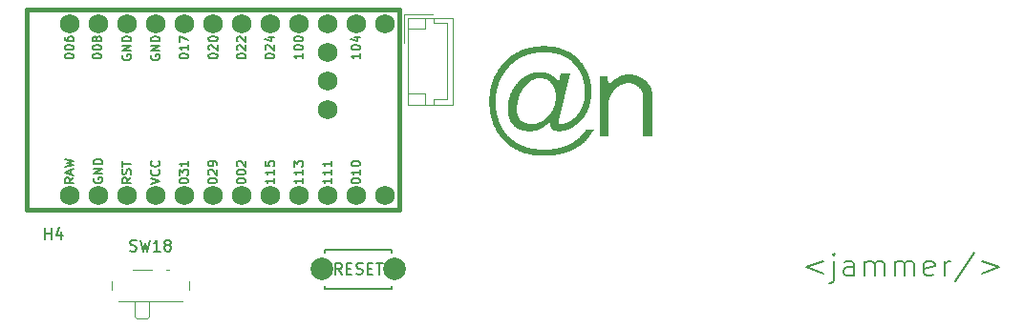
<source format=gbr>
%TF.GenerationSoftware,KiCad,Pcbnew,7.0.6-0*%
%TF.CreationDate,2024-10-24T11:02:24+08:00*%
%TF.ProjectId,kweba,6b776562-612e-46b6-9963-61645f706362,rev?*%
%TF.SameCoordinates,Original*%
%TF.FileFunction,Legend,Top*%
%TF.FilePolarity,Positive*%
%FSLAX46Y46*%
G04 Gerber Fmt 4.6, Leading zero omitted, Abs format (unit mm)*
G04 Created by KiCad (PCBNEW 7.0.6-0) date 2024-10-24 11:02:24*
%MOMM*%
%LPD*%
G01*
G04 APERTURE LIST*
%ADD10C,0.800000*%
%ADD11C,0.150000*%
%ADD12C,0.381000*%
%ADD13C,0.120000*%
%ADD14C,1.752600*%
%ADD15C,2.000000*%
G04 APERTURE END LIST*
D10*
G36*
X-204952087Y-185798633D02*
G01*
X-204819940Y-185802685D01*
X-204689809Y-185809439D01*
X-204561695Y-185818894D01*
X-204435598Y-185831051D01*
X-204311518Y-185845909D01*
X-204189454Y-185863468D01*
X-204069408Y-185883729D01*
X-203951379Y-185906692D01*
X-203835366Y-185932355D01*
X-203721371Y-185960721D01*
X-203609392Y-185991788D01*
X-203499430Y-186025556D01*
X-203391485Y-186062025D01*
X-203285557Y-186101197D01*
X-203181646Y-186143069D01*
X-203079752Y-186187643D01*
X-202979875Y-186234919D01*
X-202882015Y-186284896D01*
X-202786171Y-186337574D01*
X-202692345Y-186392954D01*
X-202600535Y-186451036D01*
X-202510743Y-186511818D01*
X-202422967Y-186575303D01*
X-202337208Y-186641489D01*
X-202253466Y-186710376D01*
X-202171741Y-186781964D01*
X-202092033Y-186856255D01*
X-202014342Y-186933246D01*
X-201938668Y-187012939D01*
X-201865010Y-187095334D01*
X-201793370Y-187180430D01*
X-201737516Y-187249502D01*
X-201683435Y-187319516D01*
X-201631127Y-187390472D01*
X-201580593Y-187462370D01*
X-201531831Y-187535209D01*
X-201484843Y-187608990D01*
X-201439627Y-187683713D01*
X-201396185Y-187759377D01*
X-201354516Y-187835983D01*
X-201314621Y-187913530D01*
X-201276498Y-187992020D01*
X-201240149Y-188071450D01*
X-201205572Y-188151823D01*
X-201172769Y-188233137D01*
X-201141739Y-188315393D01*
X-201112482Y-188398591D01*
X-201084998Y-188482730D01*
X-201059288Y-188567811D01*
X-201035350Y-188653834D01*
X-201013186Y-188740798D01*
X-200992795Y-188828704D01*
X-200974177Y-188917552D01*
X-200957332Y-189007341D01*
X-200942260Y-189098072D01*
X-200928961Y-189189744D01*
X-200917436Y-189282359D01*
X-200907684Y-189375915D01*
X-200899705Y-189470412D01*
X-200893499Y-189565852D01*
X-200889066Y-189662233D01*
X-200886406Y-189759555D01*
X-200885519Y-189857820D01*
X-200886458Y-189954939D01*
X-200889273Y-190050962D01*
X-200893964Y-190145891D01*
X-200900533Y-190239724D01*
X-200908978Y-190332462D01*
X-200919299Y-190424104D01*
X-200931498Y-190514652D01*
X-200945573Y-190604104D01*
X-200961524Y-190692461D01*
X-200979353Y-190779722D01*
X-200999057Y-190865888D01*
X-201020639Y-190950959D01*
X-201044097Y-191034935D01*
X-201069432Y-191117815D01*
X-201096644Y-191199600D01*
X-201125732Y-191280290D01*
X-201156697Y-191359885D01*
X-201189539Y-191438384D01*
X-201224257Y-191515788D01*
X-201260852Y-191592097D01*
X-201299324Y-191667310D01*
X-201339672Y-191741428D01*
X-201381897Y-191814451D01*
X-201425998Y-191886379D01*
X-201471977Y-191957211D01*
X-201519831Y-192026948D01*
X-201569563Y-192095590D01*
X-201621171Y-192163136D01*
X-201674656Y-192229588D01*
X-201730018Y-192294944D01*
X-201787256Y-192359204D01*
X-201846371Y-192422370D01*
X-201899949Y-192479276D01*
X-201954042Y-192534375D01*
X-202008649Y-192587668D01*
X-202063770Y-192639154D01*
X-202119405Y-192688834D01*
X-202175555Y-192736707D01*
X-202232219Y-192782774D01*
X-202289397Y-192827034D01*
X-202347089Y-192869488D01*
X-202405296Y-192910135D01*
X-202464017Y-192948976D01*
X-202523252Y-192986010D01*
X-202583001Y-193021237D01*
X-202643265Y-193054658D01*
X-202704042Y-193086273D01*
X-202827141Y-193144082D01*
X-202952296Y-193194665D01*
X-203079509Y-193238022D01*
X-203208778Y-193274153D01*
X-203340104Y-193303057D01*
X-203473487Y-193324736D01*
X-203608928Y-193339188D01*
X-203677419Y-193343704D01*
X-203746425Y-193346414D01*
X-203815945Y-193347317D01*
X-203897770Y-193344779D01*
X-203974840Y-193337166D01*
X-204047155Y-193324477D01*
X-204114715Y-193306712D01*
X-204192478Y-193277368D01*
X-204262811Y-193240094D01*
X-204325714Y-193194889D01*
X-204337404Y-193184896D01*
X-204390105Y-193129798D01*
X-204433875Y-193066018D01*
X-204468712Y-192993556D01*
X-204494616Y-192912412D01*
X-204508908Y-192841246D01*
X-204517483Y-192764523D01*
X-204520341Y-192682244D01*
X-204519260Y-192609951D01*
X-204516014Y-192541174D01*
X-204509870Y-192468879D01*
X-204506664Y-192441176D01*
X-204500335Y-192408809D01*
X-204525471Y-192444542D01*
X-204574838Y-192507093D01*
X-204628053Y-192567480D01*
X-204685114Y-192625704D01*
X-204704989Y-192644631D01*
X-204755712Y-192691105D01*
X-204807437Y-192736494D01*
X-204860164Y-192780797D01*
X-204913893Y-192824016D01*
X-204968623Y-192866149D01*
X-205024356Y-192907196D01*
X-205046929Y-192923312D01*
X-205122617Y-192974656D01*
X-205198798Y-193022688D01*
X-205275474Y-193067407D01*
X-205352645Y-193108814D01*
X-205430309Y-193146908D01*
X-205508468Y-193181690D01*
X-205587121Y-193213159D01*
X-205666268Y-193241316D01*
X-205745909Y-193266160D01*
X-205826045Y-193287692D01*
X-205906674Y-193305911D01*
X-205987798Y-193320817D01*
X-206069416Y-193332411D01*
X-206151529Y-193340692D01*
X-206234135Y-193345661D01*
X-206317236Y-193347317D01*
X-206434330Y-193345207D01*
X-206547965Y-193338876D01*
X-206658141Y-193328324D01*
X-206764857Y-193313551D01*
X-206868113Y-193294557D01*
X-206967910Y-193271343D01*
X-207064248Y-193243907D01*
X-207157126Y-193212251D01*
X-207246545Y-193176374D01*
X-207332504Y-193136276D01*
X-207415004Y-193091958D01*
X-207494044Y-193043418D01*
X-207569625Y-192990658D01*
X-207641746Y-192933677D01*
X-207710408Y-192872475D01*
X-207775610Y-192807052D01*
X-207837099Y-192737689D01*
X-207894621Y-192665094D01*
X-207948176Y-192589266D01*
X-207997764Y-192510205D01*
X-208043385Y-192427913D01*
X-208085039Y-192342388D01*
X-208122726Y-192253630D01*
X-208156446Y-192161640D01*
X-208186199Y-192066418D01*
X-208211984Y-191967963D01*
X-208233803Y-191866276D01*
X-208251655Y-191761357D01*
X-208265539Y-191653205D01*
X-208275457Y-191541821D01*
X-208281407Y-191427204D01*
X-208283046Y-191329871D01*
X-207474703Y-191329871D01*
X-207473341Y-191416452D01*
X-207469253Y-191500093D01*
X-207462441Y-191580797D01*
X-207452904Y-191658561D01*
X-207440642Y-191733387D01*
X-207425656Y-191805275D01*
X-207407944Y-191874224D01*
X-207387508Y-191940234D01*
X-207351745Y-192033740D01*
X-207309850Y-192120634D01*
X-207261825Y-192200917D01*
X-207207669Y-192274587D01*
X-207147382Y-192341646D01*
X-207125924Y-192362530D01*
X-207057989Y-192421194D01*
X-206984974Y-192474088D01*
X-206906881Y-192521212D01*
X-206823708Y-192562565D01*
X-206735456Y-192598148D01*
X-206642126Y-192627961D01*
X-206543716Y-192652004D01*
X-206475288Y-192664826D01*
X-206404603Y-192675085D01*
X-206331660Y-192682778D01*
X-206256460Y-192687907D01*
X-206179002Y-192690472D01*
X-206139427Y-192690793D01*
X-206024811Y-192687614D01*
X-205912625Y-192678077D01*
X-205802870Y-192662182D01*
X-205695546Y-192639929D01*
X-205590654Y-192611318D01*
X-205488192Y-192576350D01*
X-205388161Y-192535023D01*
X-205290561Y-192487338D01*
X-205195392Y-192433296D01*
X-205102655Y-192372895D01*
X-205012348Y-192306137D01*
X-204924472Y-192233020D01*
X-204839027Y-192153546D01*
X-204756013Y-192067714D01*
X-204675430Y-191975524D01*
X-204597278Y-191876975D01*
X-204529578Y-191784471D01*
X-204466245Y-191690324D01*
X-204407281Y-191594534D01*
X-204352684Y-191497101D01*
X-204302455Y-191398026D01*
X-204256594Y-191297307D01*
X-204215100Y-191194945D01*
X-204177974Y-191090941D01*
X-204145216Y-190985293D01*
X-204116826Y-190878003D01*
X-204092803Y-190769070D01*
X-204073148Y-190658494D01*
X-204057861Y-190546275D01*
X-204046942Y-190432413D01*
X-204040390Y-190316908D01*
X-204038206Y-190199760D01*
X-204039689Y-190114822D01*
X-204044137Y-190031835D01*
X-204051550Y-189950798D01*
X-204061928Y-189871711D01*
X-204075272Y-189794574D01*
X-204091581Y-189719387D01*
X-204110855Y-189646151D01*
X-204133094Y-189574864D01*
X-204158299Y-189505528D01*
X-204186469Y-189438142D01*
X-204217604Y-189372706D01*
X-204251705Y-189309220D01*
X-204288771Y-189247684D01*
X-204328802Y-189188098D01*
X-204371798Y-189130463D01*
X-204417759Y-189074777D01*
X-204466045Y-189022398D01*
X-204516014Y-188973397D01*
X-204567665Y-188927776D01*
X-204648298Y-188865681D01*
X-204732718Y-188811190D01*
X-204820925Y-188764301D01*
X-204912918Y-188725017D01*
X-205008698Y-188693335D01*
X-205108265Y-188669258D01*
X-205176746Y-188657430D01*
X-205246910Y-188648982D01*
X-205318758Y-188643913D01*
X-205392288Y-188642223D01*
X-205513697Y-188646117D01*
X-205632154Y-188657797D01*
X-205747659Y-188677265D01*
X-205860212Y-188704520D01*
X-205969813Y-188739562D01*
X-206076462Y-188782392D01*
X-206180160Y-188833008D01*
X-206280905Y-188891412D01*
X-206378698Y-188957603D01*
X-206473540Y-189031581D01*
X-206565430Y-189113346D01*
X-206654368Y-189202898D01*
X-206740353Y-189300237D01*
X-206823387Y-189405364D01*
X-206863797Y-189460847D01*
X-206903469Y-189518277D01*
X-206942404Y-189577654D01*
X-206980600Y-189638978D01*
X-207040432Y-189740752D01*
X-207096405Y-189843047D01*
X-207148518Y-189945863D01*
X-207196770Y-190049199D01*
X-207241162Y-190153057D01*
X-207281694Y-190257435D01*
X-207318366Y-190362335D01*
X-207351177Y-190467755D01*
X-207380128Y-190573696D01*
X-207405220Y-190680159D01*
X-207426451Y-190787142D01*
X-207443821Y-190894646D01*
X-207457332Y-191002671D01*
X-207466983Y-191111217D01*
X-207472773Y-191220284D01*
X-207474703Y-191329871D01*
X-208283046Y-191329871D01*
X-208283391Y-191309355D01*
X-208282570Y-191228057D01*
X-208280105Y-191147441D01*
X-208275998Y-191067506D01*
X-208270248Y-190988252D01*
X-208262855Y-190909679D01*
X-208253819Y-190831788D01*
X-208243140Y-190754577D01*
X-208230818Y-190678048D01*
X-208216853Y-190602200D01*
X-208201245Y-190527034D01*
X-208183995Y-190452548D01*
X-208165101Y-190378744D01*
X-208144565Y-190305621D01*
X-208122385Y-190233179D01*
X-208098563Y-190161418D01*
X-208073098Y-190090339D01*
X-208045990Y-190019941D01*
X-208017239Y-189950224D01*
X-207986845Y-189881188D01*
X-207954808Y-189812833D01*
X-207921128Y-189745160D01*
X-207885806Y-189678168D01*
X-207848840Y-189611857D01*
X-207810232Y-189546227D01*
X-207769980Y-189481278D01*
X-207728086Y-189417011D01*
X-207684549Y-189353425D01*
X-207639368Y-189290520D01*
X-207592545Y-189228296D01*
X-207544079Y-189166754D01*
X-207493970Y-189105892D01*
X-207442219Y-189045712D01*
X-207389099Y-188987229D01*
X-207335316Y-188930601D01*
X-207280867Y-188875831D01*
X-207225755Y-188822917D01*
X-207169977Y-188771860D01*
X-207113535Y-188722659D01*
X-207056429Y-188675315D01*
X-206998658Y-188629828D01*
X-206940223Y-188586197D01*
X-206881123Y-188544423D01*
X-206821359Y-188504505D01*
X-206760930Y-188466445D01*
X-206699837Y-188430240D01*
X-206638079Y-188395893D01*
X-206575656Y-188363402D01*
X-206512569Y-188332767D01*
X-206448818Y-188303990D01*
X-206384402Y-188277069D01*
X-206319321Y-188252004D01*
X-206253576Y-188228796D01*
X-206187167Y-188207445D01*
X-206120093Y-188187950D01*
X-206052354Y-188170313D01*
X-205983951Y-188154531D01*
X-205914884Y-188140607D01*
X-205845152Y-188128538D01*
X-205774755Y-188118327D01*
X-205703694Y-188109972D01*
X-205631969Y-188103474D01*
X-205559579Y-188098832D01*
X-205486524Y-188096047D01*
X-205412805Y-188095119D01*
X-205341184Y-188096101D01*
X-205270793Y-188099046D01*
X-205201630Y-188103955D01*
X-205100190Y-188114999D01*
X-205001515Y-188130462D01*
X-204905605Y-188150342D01*
X-204812460Y-188174640D01*
X-204722079Y-188203356D01*
X-204634464Y-188236490D01*
X-204549613Y-188274042D01*
X-204467528Y-188316011D01*
X-204414340Y-188346445D01*
X-204336677Y-188394841D01*
X-204262050Y-188446422D01*
X-204190458Y-188501190D01*
X-204121901Y-188559142D01*
X-204056380Y-188620281D01*
X-203993894Y-188684605D01*
X-203934444Y-188752115D01*
X-203878029Y-188822810D01*
X-203824649Y-188896691D01*
X-203774305Y-188973758D01*
X-203742428Y-189026906D01*
X-203576587Y-188221637D01*
X-202761060Y-188221637D01*
X-203762944Y-192338594D01*
X-203790300Y-192535210D01*
X-203774859Y-192605488D01*
X-203735589Y-192651469D01*
X-203671903Y-192680962D01*
X-203601451Y-192690639D01*
X-203590265Y-192690793D01*
X-203504653Y-192688094D01*
X-203419215Y-192680000D01*
X-203333950Y-192666509D01*
X-203248859Y-192647623D01*
X-203163942Y-192623340D01*
X-203079198Y-192593660D01*
X-202994628Y-192558585D01*
X-202910232Y-192518113D01*
X-202826009Y-192472245D01*
X-202741960Y-192420981D01*
X-202658084Y-192364320D01*
X-202574382Y-192302263D01*
X-202490854Y-192234810D01*
X-202407500Y-192161961D01*
X-202324319Y-192083715D01*
X-202241311Y-192000074D01*
X-202193136Y-191947183D01*
X-202146490Y-191893445D01*
X-202101373Y-191838858D01*
X-202057786Y-191783423D01*
X-202015728Y-191727140D01*
X-201975199Y-191670008D01*
X-201936200Y-191612029D01*
X-201898730Y-191553201D01*
X-201862790Y-191493525D01*
X-201828379Y-191433001D01*
X-201795497Y-191371629D01*
X-201764145Y-191309408D01*
X-201734322Y-191246340D01*
X-201706028Y-191182423D01*
X-201679264Y-191117658D01*
X-201654030Y-191052045D01*
X-201630324Y-190985584D01*
X-201608148Y-190918274D01*
X-201587501Y-190850117D01*
X-201568384Y-190781111D01*
X-201550796Y-190711257D01*
X-201534738Y-190640555D01*
X-201520209Y-190569005D01*
X-201507209Y-190496606D01*
X-201495739Y-190423360D01*
X-201485798Y-190349265D01*
X-201477386Y-190274322D01*
X-201470504Y-190198531D01*
X-201465151Y-190121892D01*
X-201461328Y-190044404D01*
X-201459034Y-189966068D01*
X-201458269Y-189886885D01*
X-201458735Y-189817957D01*
X-201460805Y-189727036D01*
X-201464532Y-189637237D01*
X-201469915Y-189548559D01*
X-201476954Y-189461004D01*
X-201485649Y-189374571D01*
X-201496001Y-189289259D01*
X-201508009Y-189205070D01*
X-201511270Y-189184198D01*
X-201525375Y-189100636D01*
X-201541189Y-189017502D01*
X-201558714Y-188934796D01*
X-201577948Y-188852516D01*
X-201598892Y-188770664D01*
X-201621545Y-188689240D01*
X-201645908Y-188608243D01*
X-201671981Y-188527673D01*
X-201715699Y-188411066D01*
X-201762221Y-188297612D01*
X-201811549Y-188187309D01*
X-201863681Y-188080159D01*
X-201918619Y-187976161D01*
X-201976361Y-187875316D01*
X-202036909Y-187777623D01*
X-202100261Y-187683081D01*
X-202166419Y-187591693D01*
X-202235381Y-187503456D01*
X-202307148Y-187418372D01*
X-202381721Y-187336440D01*
X-202459098Y-187257660D01*
X-202539280Y-187182033D01*
X-202622267Y-187109557D01*
X-202708060Y-187040234D01*
X-202764955Y-186997423D01*
X-202823017Y-186955971D01*
X-202882244Y-186915879D01*
X-202942636Y-186877145D01*
X-203004193Y-186839770D01*
X-203066916Y-186803755D01*
X-203130805Y-186769098D01*
X-203195858Y-186735801D01*
X-203262077Y-186703863D01*
X-203329462Y-186673283D01*
X-203398012Y-186644063D01*
X-203467727Y-186616202D01*
X-203538608Y-186589700D01*
X-203610654Y-186564557D01*
X-203683866Y-186540773D01*
X-203758243Y-186518348D01*
X-203833785Y-186497283D01*
X-203910493Y-186477576D01*
X-203988366Y-186459228D01*
X-204067405Y-186442240D01*
X-204147608Y-186426611D01*
X-204228978Y-186412340D01*
X-204311513Y-186399429D01*
X-204395213Y-186387877D01*
X-204480078Y-186377684D01*
X-204566109Y-186368850D01*
X-204653306Y-186361375D01*
X-204741667Y-186355259D01*
X-204831195Y-186350502D01*
X-204921887Y-186347105D01*
X-205013745Y-186345066D01*
X-205106769Y-186344386D01*
X-205225219Y-186345642D01*
X-205342280Y-186349409D01*
X-205457952Y-186355686D01*
X-205572234Y-186364475D01*
X-205685128Y-186375775D01*
X-205796632Y-186389587D01*
X-205906748Y-186405909D01*
X-206015474Y-186424742D01*
X-206122811Y-186446087D01*
X-206228759Y-186469942D01*
X-206333318Y-186496309D01*
X-206436488Y-186525187D01*
X-206538268Y-186556576D01*
X-206638660Y-186590476D01*
X-206737662Y-186626888D01*
X-206835275Y-186665810D01*
X-206931499Y-186707243D01*
X-207026334Y-186751188D01*
X-207119780Y-186797644D01*
X-207211837Y-186846611D01*
X-207302504Y-186898089D01*
X-207391782Y-186952078D01*
X-207479672Y-187008578D01*
X-207566172Y-187067589D01*
X-207651283Y-187129112D01*
X-207735005Y-187193146D01*
X-207817337Y-187259690D01*
X-207898281Y-187328746D01*
X-207977836Y-187400313D01*
X-208056001Y-187474391D01*
X-208132777Y-187550980D01*
X-208208164Y-187630081D01*
X-208278744Y-187708056D01*
X-208347084Y-187787253D01*
X-208413183Y-187867672D01*
X-208477041Y-187949314D01*
X-208538659Y-188032177D01*
X-208598036Y-188116263D01*
X-208655172Y-188201571D01*
X-208710068Y-188288102D01*
X-208762723Y-188375854D01*
X-208813138Y-188464828D01*
X-208861311Y-188555025D01*
X-208907244Y-188646444D01*
X-208950937Y-188739085D01*
X-208992389Y-188832948D01*
X-209031600Y-188928034D01*
X-209068571Y-189024341D01*
X-209103301Y-189121871D01*
X-209135790Y-189220623D01*
X-209166039Y-189320597D01*
X-209194047Y-189421793D01*
X-209219814Y-189524211D01*
X-209243341Y-189627852D01*
X-209264627Y-189732714D01*
X-209283672Y-189838799D01*
X-209300477Y-189946106D01*
X-209315041Y-190054636D01*
X-209327365Y-190164387D01*
X-209337448Y-190275361D01*
X-209345290Y-190387556D01*
X-209350892Y-190500974D01*
X-209354253Y-190615614D01*
X-209355373Y-190731476D01*
X-209354273Y-190846546D01*
X-209350972Y-190960302D01*
X-209345470Y-191072747D01*
X-209337768Y-191183879D01*
X-209327866Y-191293699D01*
X-209315763Y-191402206D01*
X-209301459Y-191509402D01*
X-209284955Y-191615284D01*
X-209266250Y-191719855D01*
X-209245344Y-191823113D01*
X-209222238Y-191925059D01*
X-209196932Y-192025693D01*
X-209169425Y-192125014D01*
X-209139717Y-192223023D01*
X-209107809Y-192319719D01*
X-209073700Y-192415103D01*
X-209037390Y-192509175D01*
X-208998880Y-192601935D01*
X-208958170Y-192693382D01*
X-208915259Y-192783517D01*
X-208870147Y-192872340D01*
X-208822835Y-192959850D01*
X-208773322Y-193046048D01*
X-208721608Y-193130933D01*
X-208667694Y-193214507D01*
X-208611580Y-193296768D01*
X-208553265Y-193377716D01*
X-208492749Y-193457353D01*
X-208430033Y-193535676D01*
X-208365116Y-193612688D01*
X-208297999Y-193688387D01*
X-208228681Y-193762774D01*
X-208154344Y-193838193D01*
X-208078367Y-193911218D01*
X-208000751Y-193981848D01*
X-207921496Y-194050084D01*
X-207840600Y-194115926D01*
X-207758066Y-194179374D01*
X-207673891Y-194240427D01*
X-207588077Y-194299086D01*
X-207500624Y-194355351D01*
X-207411531Y-194409221D01*
X-207320798Y-194460698D01*
X-207228426Y-194509780D01*
X-207134414Y-194556468D01*
X-207038763Y-194600761D01*
X-206941472Y-194642660D01*
X-206842541Y-194682166D01*
X-206741971Y-194719276D01*
X-206639762Y-194753993D01*
X-206535912Y-194786315D01*
X-206430424Y-194816243D01*
X-206323295Y-194843777D01*
X-206214527Y-194868917D01*
X-206104120Y-194891662D01*
X-205992073Y-194912013D01*
X-205878386Y-194929970D01*
X-205763060Y-194945533D01*
X-205646094Y-194958701D01*
X-205527488Y-194969475D01*
X-205407243Y-194977855D01*
X-205285359Y-194983841D01*
X-205161835Y-194987432D01*
X-205036671Y-194988629D01*
X-204945703Y-194987976D01*
X-204855523Y-194986018D01*
X-204766131Y-194982754D01*
X-204677527Y-194978184D01*
X-204589711Y-194972309D01*
X-204502683Y-194965128D01*
X-204416444Y-194956641D01*
X-204330992Y-194946848D01*
X-204246329Y-194935750D01*
X-204162453Y-194923347D01*
X-204079366Y-194909637D01*
X-203997066Y-194894622D01*
X-203915555Y-194878302D01*
X-203834832Y-194860676D01*
X-203754897Y-194841744D01*
X-203675750Y-194821506D01*
X-203597391Y-194799963D01*
X-203519820Y-194777114D01*
X-203443037Y-194752959D01*
X-203367042Y-194727499D01*
X-203291835Y-194700733D01*
X-203217417Y-194672662D01*
X-203143786Y-194643285D01*
X-203070943Y-194612602D01*
X-202998889Y-194580614D01*
X-202927622Y-194547320D01*
X-202857144Y-194512720D01*
X-202787454Y-194476815D01*
X-202718551Y-194439604D01*
X-202650437Y-194401087D01*
X-202583111Y-194361265D01*
X-202516573Y-194320137D01*
X-202445741Y-194274636D01*
X-202374721Y-194226183D01*
X-202303515Y-194174779D01*
X-202232122Y-194120422D01*
X-202160541Y-194063114D01*
X-202088774Y-194002854D01*
X-202016820Y-193939642D01*
X-201944678Y-193873477D01*
X-201872350Y-193804362D01*
X-201799835Y-193732294D01*
X-201727133Y-193657274D01*
X-201654243Y-193579302D01*
X-201581167Y-193498379D01*
X-201507904Y-193414503D01*
X-201434453Y-193327676D01*
X-201360816Y-193237897D01*
X-200670097Y-193237897D01*
X-200718049Y-193309410D01*
X-200763596Y-193376916D01*
X-200806740Y-193440416D01*
X-200847479Y-193499908D01*
X-200895021Y-193568638D01*
X-200938807Y-193631107D01*
X-200978837Y-193687316D01*
X-200986392Y-193697806D01*
X-201029668Y-193757432D01*
X-201071022Y-193813211D01*
X-201116836Y-193873424D01*
X-201160033Y-193928402D01*
X-201194975Y-193971358D01*
X-201244062Y-194027297D01*
X-201293871Y-194082275D01*
X-201344400Y-194136290D01*
X-201395651Y-194189345D01*
X-201447623Y-194241437D01*
X-201465108Y-194258587D01*
X-201518763Y-194308917D01*
X-201574582Y-194357323D01*
X-201632565Y-194403805D01*
X-201692711Y-194448364D01*
X-201755022Y-194491000D01*
X-201776273Y-194504784D01*
X-201856055Y-194562861D01*
X-201936397Y-194619120D01*
X-202017301Y-194673564D01*
X-202098765Y-194726190D01*
X-202180791Y-194777000D01*
X-202263377Y-194825994D01*
X-202346525Y-194873171D01*
X-202430233Y-194918532D01*
X-202514503Y-194962075D01*
X-202599333Y-195003803D01*
X-202684725Y-195043714D01*
X-202770677Y-195081808D01*
X-202857191Y-195118086D01*
X-202944265Y-195152547D01*
X-203031901Y-195185191D01*
X-203120097Y-195216019D01*
X-203233846Y-195254735D01*
X-203348983Y-195290952D01*
X-203465510Y-195324672D01*
X-203583426Y-195355894D01*
X-203702731Y-195384618D01*
X-203823425Y-195410845D01*
X-203945508Y-195434574D01*
X-204068981Y-195455805D01*
X-204193842Y-195474538D01*
X-204320093Y-195490773D01*
X-204447733Y-195504511D01*
X-204576762Y-195515751D01*
X-204707180Y-195524493D01*
X-204838987Y-195530738D01*
X-204972183Y-195534484D01*
X-205106769Y-195535733D01*
X-205247016Y-195534322D01*
X-205385443Y-195530090D01*
X-205522050Y-195523036D01*
X-205656838Y-195513160D01*
X-205789805Y-195500462D01*
X-205920953Y-195484943D01*
X-206050281Y-195466602D01*
X-206177789Y-195445440D01*
X-206303477Y-195421455D01*
X-206427345Y-195394650D01*
X-206549393Y-195365022D01*
X-206669621Y-195332573D01*
X-206788030Y-195297302D01*
X-206904618Y-195259209D01*
X-207019387Y-195218295D01*
X-207132336Y-195174559D01*
X-207243464Y-195128002D01*
X-207352773Y-195078622D01*
X-207460262Y-195026421D01*
X-207565931Y-194971399D01*
X-207669781Y-194913554D01*
X-207771810Y-194852888D01*
X-207872019Y-194789401D01*
X-207970409Y-194723091D01*
X-208066979Y-194653960D01*
X-208161728Y-194582008D01*
X-208254658Y-194507234D01*
X-208345768Y-194429638D01*
X-208435058Y-194349220D01*
X-208522529Y-194265980D01*
X-208608179Y-194179919D01*
X-208692009Y-194091037D01*
X-208767428Y-194007505D01*
X-208840453Y-193922538D01*
X-208911083Y-193836135D01*
X-208979319Y-193748295D01*
X-209045161Y-193659020D01*
X-209108608Y-193568309D01*
X-209169662Y-193476163D01*
X-209228321Y-193382580D01*
X-209284586Y-193287561D01*
X-209338456Y-193191107D01*
X-209389932Y-193093217D01*
X-209439015Y-192993890D01*
X-209485702Y-192893128D01*
X-209529996Y-192790930D01*
X-209571895Y-192687296D01*
X-209611400Y-192582227D01*
X-209648511Y-192475721D01*
X-209683228Y-192367779D01*
X-209715550Y-192258402D01*
X-209745478Y-192147589D01*
X-209773012Y-192035340D01*
X-209798152Y-191921655D01*
X-209820897Y-191806534D01*
X-209841248Y-191689977D01*
X-209859205Y-191571984D01*
X-209874768Y-191452556D01*
X-209887936Y-191331691D01*
X-209898710Y-191209391D01*
X-209907090Y-191085655D01*
X-209913076Y-190960483D01*
X-209916667Y-190833875D01*
X-209917864Y-190705831D01*
X-209916659Y-190577233D01*
X-209913042Y-190450030D01*
X-209907015Y-190324224D01*
X-209898577Y-190199813D01*
X-209887727Y-190076798D01*
X-209874467Y-189955179D01*
X-209858796Y-189834956D01*
X-209840714Y-189716128D01*
X-209820221Y-189598697D01*
X-209797317Y-189482661D01*
X-209772002Y-189368021D01*
X-209744276Y-189254777D01*
X-209714139Y-189142928D01*
X-209681592Y-189032475D01*
X-209646633Y-188923419D01*
X-209609263Y-188815758D01*
X-209569483Y-188709492D01*
X-209527291Y-188604623D01*
X-209482689Y-188501149D01*
X-209435675Y-188399072D01*
X-209386251Y-188298390D01*
X-209334416Y-188199104D01*
X-209280169Y-188101213D01*
X-209223512Y-188004719D01*
X-209164444Y-187909620D01*
X-209102965Y-187815917D01*
X-209039075Y-187723610D01*
X-208972774Y-187632699D01*
X-208904062Y-187543183D01*
X-208832939Y-187455064D01*
X-208759406Y-187368340D01*
X-208683461Y-187283012D01*
X-208598998Y-187191604D01*
X-208512731Y-187103099D01*
X-208424662Y-187017496D01*
X-208334789Y-186934794D01*
X-208243113Y-186854994D01*
X-208149634Y-186778096D01*
X-208054351Y-186704100D01*
X-207957266Y-186633005D01*
X-207858377Y-186564812D01*
X-207757685Y-186499522D01*
X-207655190Y-186437133D01*
X-207550891Y-186377645D01*
X-207444790Y-186321060D01*
X-207336885Y-186267376D01*
X-207227177Y-186216595D01*
X-207115666Y-186168715D01*
X-207002352Y-186123737D01*
X-206887234Y-186081660D01*
X-206770313Y-186042486D01*
X-206651589Y-186006213D01*
X-206531062Y-185972842D01*
X-206408732Y-185942373D01*
X-206284598Y-185914806D01*
X-206158661Y-185890141D01*
X-206030921Y-185868377D01*
X-205901378Y-185849515D01*
X-205770032Y-185833555D01*
X-205636882Y-185820497D01*
X-205501930Y-185810341D01*
X-205365174Y-185803086D01*
X-205226614Y-185798733D01*
X-205086252Y-185797282D01*
X-204952087Y-185798633D01*
G37*
G36*
X-195467480Y-190221986D02*
G01*
X-195467480Y-193785001D01*
X-196286427Y-193785001D01*
X-196286427Y-190285245D01*
X-196289808Y-190189094D01*
X-196299951Y-190096189D01*
X-196316856Y-190006530D01*
X-196340523Y-189920117D01*
X-196370952Y-189836949D01*
X-196408143Y-189757028D01*
X-196452095Y-189680352D01*
X-196502810Y-189606921D01*
X-196560287Y-189536737D01*
X-196624526Y-189469798D01*
X-196671109Y-189426975D01*
X-196745231Y-189364950D01*
X-196822057Y-189309026D01*
X-196901588Y-189259203D01*
X-196983824Y-189215480D01*
X-197068765Y-189177858D01*
X-197156410Y-189146337D01*
X-197246760Y-189120917D01*
X-197339815Y-189101598D01*
X-197435575Y-189088380D01*
X-197534040Y-189081262D01*
X-197601186Y-189079906D01*
X-197690811Y-189082237D01*
X-197778888Y-189089229D01*
X-197865415Y-189100884D01*
X-197950392Y-189117199D01*
X-198033820Y-189138176D01*
X-198115699Y-189163815D01*
X-198196028Y-189194116D01*
X-198274808Y-189229078D01*
X-198352038Y-189268701D01*
X-198427719Y-189312986D01*
X-198501850Y-189361933D01*
X-198574433Y-189415542D01*
X-198645465Y-189473812D01*
X-198714948Y-189536743D01*
X-198782882Y-189604337D01*
X-198849267Y-189676592D01*
X-198913240Y-189753268D01*
X-198973086Y-189831132D01*
X-199028805Y-189910186D01*
X-199080397Y-189990428D01*
X-199127861Y-190071859D01*
X-199171198Y-190154479D01*
X-199210407Y-190238288D01*
X-199245490Y-190323286D01*
X-199276445Y-190409472D01*
X-199303272Y-190496847D01*
X-199325973Y-190585411D01*
X-199344545Y-190675163D01*
X-199358991Y-190766105D01*
X-199369309Y-190858235D01*
X-199375500Y-190951554D01*
X-199377564Y-191046061D01*
X-199377564Y-193785001D01*
X-200157187Y-193785001D01*
X-200157187Y-188431930D01*
X-199428855Y-188431930D01*
X-199403210Y-189291909D01*
X-199356273Y-189225551D01*
X-199303513Y-189158980D01*
X-199244929Y-189092195D01*
X-199197169Y-189041966D01*
X-199146133Y-188991616D01*
X-199091822Y-188941147D01*
X-199034235Y-188890557D01*
X-198973372Y-188839847D01*
X-198909233Y-188789017D01*
X-198864654Y-188755063D01*
X-198789688Y-188701649D01*
X-198713533Y-188651680D01*
X-198636189Y-188605157D01*
X-198557656Y-188562081D01*
X-198477935Y-188522451D01*
X-198397024Y-188486266D01*
X-198314925Y-188453528D01*
X-198231638Y-188424236D01*
X-198147161Y-188398391D01*
X-198061496Y-188375991D01*
X-197974642Y-188357037D01*
X-197886599Y-188341530D01*
X-197797367Y-188329468D01*
X-197706947Y-188320853D01*
X-197615338Y-188315684D01*
X-197522540Y-188313961D01*
X-197415076Y-188316004D01*
X-197309816Y-188322135D01*
X-197206759Y-188332353D01*
X-197105907Y-188346659D01*
X-197007259Y-188365051D01*
X-196910814Y-188387531D01*
X-196816574Y-188414098D01*
X-196724537Y-188444753D01*
X-196634704Y-188479494D01*
X-196547076Y-188518323D01*
X-196461651Y-188561239D01*
X-196378430Y-188608243D01*
X-196297413Y-188659333D01*
X-196218600Y-188714511D01*
X-196141990Y-188773777D01*
X-196067585Y-188837129D01*
X-195994916Y-188903046D01*
X-195926935Y-188971714D01*
X-195863643Y-189043134D01*
X-195805039Y-189117306D01*
X-195751124Y-189194229D01*
X-195701896Y-189273904D01*
X-195657357Y-189356330D01*
X-195617506Y-189441508D01*
X-195582344Y-189529437D01*
X-195551870Y-189620118D01*
X-195526084Y-189713550D01*
X-195504987Y-189809734D01*
X-195488578Y-189908670D01*
X-195476857Y-190010357D01*
X-195469824Y-190114796D01*
X-195467480Y-190221986D01*
G37*
D11*
X-180351316Y-204864104D02*
X-181875125Y-205435533D01*
X-181875125Y-205435533D02*
X-180351316Y-206006961D01*
X-179398935Y-204864104D02*
X-179398935Y-206578390D01*
X-179398935Y-206578390D02*
X-179494173Y-206768866D01*
X-179494173Y-206768866D02*
X-179684649Y-206864104D01*
X-179684649Y-206864104D02*
X-179779887Y-206864104D01*
X-179398935Y-204197438D02*
X-179494173Y-204292676D01*
X-179494173Y-204292676D02*
X-179398935Y-204387914D01*
X-179398935Y-204387914D02*
X-179303697Y-204292676D01*
X-179303697Y-204292676D02*
X-179398935Y-204197438D01*
X-179398935Y-204197438D02*
X-179398935Y-204387914D01*
X-177589411Y-206197438D02*
X-177589411Y-205149819D01*
X-177589411Y-205149819D02*
X-177684649Y-204959342D01*
X-177684649Y-204959342D02*
X-177875125Y-204864104D01*
X-177875125Y-204864104D02*
X-178256078Y-204864104D01*
X-178256078Y-204864104D02*
X-178446554Y-204959342D01*
X-177589411Y-206102200D02*
X-177779887Y-206197438D01*
X-177779887Y-206197438D02*
X-178256078Y-206197438D01*
X-178256078Y-206197438D02*
X-178446554Y-206102200D01*
X-178446554Y-206102200D02*
X-178541792Y-205911723D01*
X-178541792Y-205911723D02*
X-178541792Y-205721247D01*
X-178541792Y-205721247D02*
X-178446554Y-205530771D01*
X-178446554Y-205530771D02*
X-178256078Y-205435533D01*
X-178256078Y-205435533D02*
X-177779887Y-205435533D01*
X-177779887Y-205435533D02*
X-177589411Y-205340295D01*
X-176637030Y-206197438D02*
X-176637030Y-204864104D01*
X-176637030Y-205054580D02*
X-176541792Y-204959342D01*
X-176541792Y-204959342D02*
X-176351316Y-204864104D01*
X-176351316Y-204864104D02*
X-176065601Y-204864104D01*
X-176065601Y-204864104D02*
X-175875125Y-204959342D01*
X-175875125Y-204959342D02*
X-175779887Y-205149819D01*
X-175779887Y-205149819D02*
X-175779887Y-206197438D01*
X-175779887Y-205149819D02*
X-175684649Y-204959342D01*
X-175684649Y-204959342D02*
X-175494173Y-204864104D01*
X-175494173Y-204864104D02*
X-175208459Y-204864104D01*
X-175208459Y-204864104D02*
X-175017982Y-204959342D01*
X-175017982Y-204959342D02*
X-174922744Y-205149819D01*
X-174922744Y-205149819D02*
X-174922744Y-206197438D01*
X-173970363Y-206197438D02*
X-173970363Y-204864104D01*
X-173970363Y-205054580D02*
X-173875125Y-204959342D01*
X-173875125Y-204959342D02*
X-173684649Y-204864104D01*
X-173684649Y-204864104D02*
X-173398934Y-204864104D01*
X-173398934Y-204864104D02*
X-173208458Y-204959342D01*
X-173208458Y-204959342D02*
X-173113220Y-205149819D01*
X-173113220Y-205149819D02*
X-173113220Y-206197438D01*
X-173113220Y-205149819D02*
X-173017982Y-204959342D01*
X-173017982Y-204959342D02*
X-172827506Y-204864104D01*
X-172827506Y-204864104D02*
X-172541792Y-204864104D01*
X-172541792Y-204864104D02*
X-172351315Y-204959342D01*
X-172351315Y-204959342D02*
X-172256077Y-205149819D01*
X-172256077Y-205149819D02*
X-172256077Y-206197438D01*
X-170541791Y-206102200D02*
X-170732267Y-206197438D01*
X-170732267Y-206197438D02*
X-171113220Y-206197438D01*
X-171113220Y-206197438D02*
X-171303696Y-206102200D01*
X-171303696Y-206102200D02*
X-171398934Y-205911723D01*
X-171398934Y-205911723D02*
X-171398934Y-205149819D01*
X-171398934Y-205149819D02*
X-171303696Y-204959342D01*
X-171303696Y-204959342D02*
X-171113220Y-204864104D01*
X-171113220Y-204864104D02*
X-170732267Y-204864104D01*
X-170732267Y-204864104D02*
X-170541791Y-204959342D01*
X-170541791Y-204959342D02*
X-170446553Y-205149819D01*
X-170446553Y-205149819D02*
X-170446553Y-205340295D01*
X-170446553Y-205340295D02*
X-171398934Y-205530771D01*
X-169589410Y-206197438D02*
X-169589410Y-204864104D01*
X-169589410Y-205245057D02*
X-169494172Y-205054580D01*
X-169494172Y-205054580D02*
X-169398934Y-204959342D01*
X-169398934Y-204959342D02*
X-169208458Y-204864104D01*
X-169208458Y-204864104D02*
X-169017981Y-204864104D01*
X-166922744Y-204102200D02*
X-168637029Y-206673628D01*
X-166256077Y-204864104D02*
X-164732268Y-205435533D01*
X-164732268Y-205435533D02*
X-166256077Y-206006961D01*
X-234870954Y-197787190D02*
X-234870954Y-197711000D01*
X-234870954Y-197711000D02*
X-234832859Y-197634809D01*
X-234832859Y-197634809D02*
X-234794764Y-197596714D01*
X-234794764Y-197596714D02*
X-234718573Y-197558619D01*
X-234718573Y-197558619D02*
X-234566192Y-197520524D01*
X-234566192Y-197520524D02*
X-234375716Y-197520524D01*
X-234375716Y-197520524D02*
X-234223335Y-197558619D01*
X-234223335Y-197558619D02*
X-234147145Y-197596714D01*
X-234147145Y-197596714D02*
X-234109050Y-197634809D01*
X-234109050Y-197634809D02*
X-234070954Y-197711000D01*
X-234070954Y-197711000D02*
X-234070954Y-197787190D01*
X-234070954Y-197787190D02*
X-234109050Y-197863381D01*
X-234109050Y-197863381D02*
X-234147145Y-197901476D01*
X-234147145Y-197901476D02*
X-234223335Y-197939571D01*
X-234223335Y-197939571D02*
X-234375716Y-197977667D01*
X-234375716Y-197977667D02*
X-234566192Y-197977667D01*
X-234566192Y-197977667D02*
X-234718573Y-197939571D01*
X-234718573Y-197939571D02*
X-234794764Y-197901476D01*
X-234794764Y-197901476D02*
X-234832859Y-197863381D01*
X-234832859Y-197863381D02*
X-234870954Y-197787190D01*
X-234794764Y-197215762D02*
X-234832859Y-197177666D01*
X-234832859Y-197177666D02*
X-234870954Y-197101476D01*
X-234870954Y-197101476D02*
X-234870954Y-196911000D01*
X-234870954Y-196911000D02*
X-234832859Y-196834809D01*
X-234832859Y-196834809D02*
X-234794764Y-196796714D01*
X-234794764Y-196796714D02*
X-234718573Y-196758619D01*
X-234718573Y-196758619D02*
X-234642383Y-196758619D01*
X-234642383Y-196758619D02*
X-234528097Y-196796714D01*
X-234528097Y-196796714D02*
X-234070954Y-197253857D01*
X-234070954Y-197253857D02*
X-234070954Y-196758619D01*
X-234070954Y-196377666D02*
X-234070954Y-196225285D01*
X-234070954Y-196225285D02*
X-234109050Y-196149095D01*
X-234109050Y-196149095D02*
X-234147145Y-196110999D01*
X-234147145Y-196110999D02*
X-234261430Y-196034809D01*
X-234261430Y-196034809D02*
X-234413811Y-195996714D01*
X-234413811Y-195996714D02*
X-234718573Y-195996714D01*
X-234718573Y-195996714D02*
X-234794764Y-196034809D01*
X-234794764Y-196034809D02*
X-234832859Y-196072904D01*
X-234832859Y-196072904D02*
X-234870954Y-196149095D01*
X-234870954Y-196149095D02*
X-234870954Y-196301476D01*
X-234870954Y-196301476D02*
X-234832859Y-196377666D01*
X-234832859Y-196377666D02*
X-234794764Y-196415761D01*
X-234794764Y-196415761D02*
X-234718573Y-196453857D01*
X-234718573Y-196453857D02*
X-234528097Y-196453857D01*
X-234528097Y-196453857D02*
X-234451907Y-196415761D01*
X-234451907Y-196415761D02*
X-234413811Y-196377666D01*
X-234413811Y-196377666D02*
X-234375716Y-196301476D01*
X-234375716Y-196301476D02*
X-234375716Y-196149095D01*
X-234375716Y-196149095D02*
X-234413811Y-196072904D01*
X-234413811Y-196072904D02*
X-234451907Y-196034809D01*
X-234451907Y-196034809D02*
X-234528097Y-195996714D01*
X-242452859Y-186598523D02*
X-242490954Y-186674713D01*
X-242490954Y-186674713D02*
X-242490954Y-186788999D01*
X-242490954Y-186788999D02*
X-242452859Y-186903285D01*
X-242452859Y-186903285D02*
X-242376669Y-186979475D01*
X-242376669Y-186979475D02*
X-242300478Y-187017570D01*
X-242300478Y-187017570D02*
X-242148097Y-187055666D01*
X-242148097Y-187055666D02*
X-242033811Y-187055666D01*
X-242033811Y-187055666D02*
X-241881430Y-187017570D01*
X-241881430Y-187017570D02*
X-241805240Y-186979475D01*
X-241805240Y-186979475D02*
X-241729050Y-186903285D01*
X-241729050Y-186903285D02*
X-241690954Y-186788999D01*
X-241690954Y-186788999D02*
X-241690954Y-186712808D01*
X-241690954Y-186712808D02*
X-241729050Y-186598523D01*
X-241729050Y-186598523D02*
X-241767145Y-186560427D01*
X-241767145Y-186560427D02*
X-242033811Y-186560427D01*
X-242033811Y-186560427D02*
X-242033811Y-186712808D01*
X-241690954Y-186217570D02*
X-242490954Y-186217570D01*
X-242490954Y-186217570D02*
X-241690954Y-185760427D01*
X-241690954Y-185760427D02*
X-242490954Y-185760427D01*
X-241690954Y-185379475D02*
X-242490954Y-185379475D01*
X-242490954Y-185379475D02*
X-242490954Y-185188999D01*
X-242490954Y-185188999D02*
X-242452859Y-185074713D01*
X-242452859Y-185074713D02*
X-242376669Y-184998523D01*
X-242376669Y-184998523D02*
X-242300478Y-184960428D01*
X-242300478Y-184960428D02*
X-242148097Y-184922332D01*
X-242148097Y-184922332D02*
X-242033811Y-184922332D01*
X-242033811Y-184922332D02*
X-241881430Y-184960428D01*
X-241881430Y-184960428D02*
X-241805240Y-184998523D01*
X-241805240Y-184998523D02*
X-241729050Y-185074713D01*
X-241729050Y-185074713D02*
X-241690954Y-185188999D01*
X-241690954Y-185188999D02*
X-241690954Y-185379475D01*
X-229800954Y-186712809D02*
X-229800954Y-186636619D01*
X-229800954Y-186636619D02*
X-229762859Y-186560428D01*
X-229762859Y-186560428D02*
X-229724764Y-186522333D01*
X-229724764Y-186522333D02*
X-229648573Y-186484238D01*
X-229648573Y-186484238D02*
X-229496192Y-186446143D01*
X-229496192Y-186446143D02*
X-229305716Y-186446143D01*
X-229305716Y-186446143D02*
X-229153335Y-186484238D01*
X-229153335Y-186484238D02*
X-229077145Y-186522333D01*
X-229077145Y-186522333D02*
X-229039050Y-186560428D01*
X-229039050Y-186560428D02*
X-229000954Y-186636619D01*
X-229000954Y-186636619D02*
X-229000954Y-186712809D01*
X-229000954Y-186712809D02*
X-229039050Y-186789000D01*
X-229039050Y-186789000D02*
X-229077145Y-186827095D01*
X-229077145Y-186827095D02*
X-229153335Y-186865190D01*
X-229153335Y-186865190D02*
X-229305716Y-186903286D01*
X-229305716Y-186903286D02*
X-229496192Y-186903286D01*
X-229496192Y-186903286D02*
X-229648573Y-186865190D01*
X-229648573Y-186865190D02*
X-229724764Y-186827095D01*
X-229724764Y-186827095D02*
X-229762859Y-186789000D01*
X-229762859Y-186789000D02*
X-229800954Y-186712809D01*
X-229724764Y-186141381D02*
X-229762859Y-186103285D01*
X-229762859Y-186103285D02*
X-229800954Y-186027095D01*
X-229800954Y-186027095D02*
X-229800954Y-185836619D01*
X-229800954Y-185836619D02*
X-229762859Y-185760428D01*
X-229762859Y-185760428D02*
X-229724764Y-185722333D01*
X-229724764Y-185722333D02*
X-229648573Y-185684238D01*
X-229648573Y-185684238D02*
X-229572383Y-185684238D01*
X-229572383Y-185684238D02*
X-229458097Y-185722333D01*
X-229458097Y-185722333D02*
X-229000954Y-186179476D01*
X-229000954Y-186179476D02*
X-229000954Y-185684238D01*
X-229534288Y-184998523D02*
X-229000954Y-184998523D01*
X-229839050Y-185188999D02*
X-229267621Y-185379476D01*
X-229267621Y-185379476D02*
X-229267621Y-184884237D01*
X-245100954Y-186712809D02*
X-245100954Y-186636619D01*
X-245100954Y-186636619D02*
X-245062859Y-186560428D01*
X-245062859Y-186560428D02*
X-245024764Y-186522333D01*
X-245024764Y-186522333D02*
X-244948573Y-186484238D01*
X-244948573Y-186484238D02*
X-244796192Y-186446143D01*
X-244796192Y-186446143D02*
X-244605716Y-186446143D01*
X-244605716Y-186446143D02*
X-244453335Y-186484238D01*
X-244453335Y-186484238D02*
X-244377145Y-186522333D01*
X-244377145Y-186522333D02*
X-244339050Y-186560428D01*
X-244339050Y-186560428D02*
X-244300954Y-186636619D01*
X-244300954Y-186636619D02*
X-244300954Y-186712809D01*
X-244300954Y-186712809D02*
X-244339050Y-186789000D01*
X-244339050Y-186789000D02*
X-244377145Y-186827095D01*
X-244377145Y-186827095D02*
X-244453335Y-186865190D01*
X-244453335Y-186865190D02*
X-244605716Y-186903286D01*
X-244605716Y-186903286D02*
X-244796192Y-186903286D01*
X-244796192Y-186903286D02*
X-244948573Y-186865190D01*
X-244948573Y-186865190D02*
X-245024764Y-186827095D01*
X-245024764Y-186827095D02*
X-245062859Y-186789000D01*
X-245062859Y-186789000D02*
X-245100954Y-186712809D01*
X-245100954Y-185950904D02*
X-245100954Y-185874714D01*
X-245100954Y-185874714D02*
X-245062859Y-185798523D01*
X-245062859Y-185798523D02*
X-245024764Y-185760428D01*
X-245024764Y-185760428D02*
X-244948573Y-185722333D01*
X-244948573Y-185722333D02*
X-244796192Y-185684238D01*
X-244796192Y-185684238D02*
X-244605716Y-185684238D01*
X-244605716Y-185684238D02*
X-244453335Y-185722333D01*
X-244453335Y-185722333D02*
X-244377145Y-185760428D01*
X-244377145Y-185760428D02*
X-244339050Y-185798523D01*
X-244339050Y-185798523D02*
X-244300954Y-185874714D01*
X-244300954Y-185874714D02*
X-244300954Y-185950904D01*
X-244300954Y-185950904D02*
X-244339050Y-186027095D01*
X-244339050Y-186027095D02*
X-244377145Y-186065190D01*
X-244377145Y-186065190D02*
X-244453335Y-186103285D01*
X-244453335Y-186103285D02*
X-244605716Y-186141381D01*
X-244605716Y-186141381D02*
X-244796192Y-186141381D01*
X-244796192Y-186141381D02*
X-244948573Y-186103285D01*
X-244948573Y-186103285D02*
X-245024764Y-186065190D01*
X-245024764Y-186065190D02*
X-245062859Y-186027095D01*
X-245062859Y-186027095D02*
X-245100954Y-185950904D01*
X-244758097Y-185227095D02*
X-244796192Y-185303285D01*
X-244796192Y-185303285D02*
X-244834288Y-185341380D01*
X-244834288Y-185341380D02*
X-244910478Y-185379476D01*
X-244910478Y-185379476D02*
X-244948573Y-185379476D01*
X-244948573Y-185379476D02*
X-245024764Y-185341380D01*
X-245024764Y-185341380D02*
X-245062859Y-185303285D01*
X-245062859Y-185303285D02*
X-245100954Y-185227095D01*
X-245100954Y-185227095D02*
X-245100954Y-185074714D01*
X-245100954Y-185074714D02*
X-245062859Y-184998523D01*
X-245062859Y-184998523D02*
X-245024764Y-184960428D01*
X-245024764Y-184960428D02*
X-244948573Y-184922333D01*
X-244948573Y-184922333D02*
X-244910478Y-184922333D01*
X-244910478Y-184922333D02*
X-244834288Y-184960428D01*
X-244834288Y-184960428D02*
X-244796192Y-184998523D01*
X-244796192Y-184998523D02*
X-244758097Y-185074714D01*
X-244758097Y-185074714D02*
X-244758097Y-185227095D01*
X-244758097Y-185227095D02*
X-244720002Y-185303285D01*
X-244720002Y-185303285D02*
X-244681907Y-185341380D01*
X-244681907Y-185341380D02*
X-244605716Y-185379476D01*
X-244605716Y-185379476D02*
X-244453335Y-185379476D01*
X-244453335Y-185379476D02*
X-244377145Y-185341380D01*
X-244377145Y-185341380D02*
X-244339050Y-185303285D01*
X-244339050Y-185303285D02*
X-244300954Y-185227095D01*
X-244300954Y-185227095D02*
X-244300954Y-185074714D01*
X-244300954Y-185074714D02*
X-244339050Y-184998523D01*
X-244339050Y-184998523D02*
X-244377145Y-184960428D01*
X-244377145Y-184960428D02*
X-244453335Y-184922333D01*
X-244453335Y-184922333D02*
X-244605716Y-184922333D01*
X-244605716Y-184922333D02*
X-244681907Y-184960428D01*
X-244681907Y-184960428D02*
X-244720002Y-184998523D01*
X-244720002Y-184998523D02*
X-244758097Y-185074714D01*
X-244992859Y-197514190D02*
X-245030954Y-197590380D01*
X-245030954Y-197590380D02*
X-245030954Y-197704666D01*
X-245030954Y-197704666D02*
X-244992859Y-197818952D01*
X-244992859Y-197818952D02*
X-244916669Y-197895142D01*
X-244916669Y-197895142D02*
X-244840478Y-197933237D01*
X-244840478Y-197933237D02*
X-244688097Y-197971333D01*
X-244688097Y-197971333D02*
X-244573811Y-197971333D01*
X-244573811Y-197971333D02*
X-244421430Y-197933237D01*
X-244421430Y-197933237D02*
X-244345240Y-197895142D01*
X-244345240Y-197895142D02*
X-244269050Y-197818952D01*
X-244269050Y-197818952D02*
X-244230954Y-197704666D01*
X-244230954Y-197704666D02*
X-244230954Y-197628475D01*
X-244230954Y-197628475D02*
X-244269050Y-197514190D01*
X-244269050Y-197514190D02*
X-244307145Y-197476094D01*
X-244307145Y-197476094D02*
X-244573811Y-197476094D01*
X-244573811Y-197476094D02*
X-244573811Y-197628475D01*
X-244230954Y-197133237D02*
X-245030954Y-197133237D01*
X-245030954Y-197133237D02*
X-244230954Y-196676094D01*
X-244230954Y-196676094D02*
X-245030954Y-196676094D01*
X-244230954Y-196295142D02*
X-245030954Y-196295142D01*
X-245030954Y-196295142D02*
X-245030954Y-196104666D01*
X-245030954Y-196104666D02*
X-244992859Y-195990380D01*
X-244992859Y-195990380D02*
X-244916669Y-195914190D01*
X-244916669Y-195914190D02*
X-244840478Y-195876095D01*
X-244840478Y-195876095D02*
X-244688097Y-195837999D01*
X-244688097Y-195837999D02*
X-244573811Y-195837999D01*
X-244573811Y-195837999D02*
X-244421430Y-195876095D01*
X-244421430Y-195876095D02*
X-244345240Y-195914190D01*
X-244345240Y-195914190D02*
X-244269050Y-195990380D01*
X-244269050Y-195990380D02*
X-244230954Y-196104666D01*
X-244230954Y-196104666D02*
X-244230954Y-196295142D01*
X-226450954Y-197520524D02*
X-226450954Y-197977667D01*
X-226450954Y-197749095D02*
X-227250954Y-197749095D01*
X-227250954Y-197749095D02*
X-227136669Y-197825286D01*
X-227136669Y-197825286D02*
X-227060478Y-197901476D01*
X-227060478Y-197901476D02*
X-227022383Y-197977667D01*
X-226450954Y-196758619D02*
X-226450954Y-197215762D01*
X-226450954Y-196987190D02*
X-227250954Y-196987190D01*
X-227250954Y-196987190D02*
X-227136669Y-197063381D01*
X-227136669Y-197063381D02*
X-227060478Y-197139571D01*
X-227060478Y-197139571D02*
X-227022383Y-197215762D01*
X-227250954Y-196491952D02*
X-227250954Y-195996714D01*
X-227250954Y-195996714D02*
X-226946192Y-196263380D01*
X-226946192Y-196263380D02*
X-226946192Y-196149095D01*
X-226946192Y-196149095D02*
X-226908097Y-196072904D01*
X-226908097Y-196072904D02*
X-226870002Y-196034809D01*
X-226870002Y-196034809D02*
X-226793811Y-195996714D01*
X-226793811Y-195996714D02*
X-226603335Y-195996714D01*
X-226603335Y-195996714D02*
X-226527145Y-196034809D01*
X-226527145Y-196034809D02*
X-226489050Y-196072904D01*
X-226489050Y-196072904D02*
X-226450954Y-196149095D01*
X-226450954Y-196149095D02*
X-226450954Y-196377666D01*
X-226450954Y-196377666D02*
X-226489050Y-196453857D01*
X-226489050Y-196453857D02*
X-226527145Y-196491952D01*
X-246770954Y-197476095D02*
X-247151907Y-197742762D01*
X-246770954Y-197933238D02*
X-247570954Y-197933238D01*
X-247570954Y-197933238D02*
X-247570954Y-197628476D01*
X-247570954Y-197628476D02*
X-247532859Y-197552286D01*
X-247532859Y-197552286D02*
X-247494764Y-197514191D01*
X-247494764Y-197514191D02*
X-247418573Y-197476095D01*
X-247418573Y-197476095D02*
X-247304288Y-197476095D01*
X-247304288Y-197476095D02*
X-247228097Y-197514191D01*
X-247228097Y-197514191D02*
X-247190002Y-197552286D01*
X-247190002Y-197552286D02*
X-247151907Y-197628476D01*
X-247151907Y-197628476D02*
X-247151907Y-197933238D01*
X-246999526Y-197171334D02*
X-246999526Y-196790381D01*
X-246770954Y-197247524D02*
X-247570954Y-196980857D01*
X-247570954Y-196980857D02*
X-246770954Y-196714191D01*
X-247570954Y-196523715D02*
X-246770954Y-196333239D01*
X-246770954Y-196333239D02*
X-247342383Y-196180858D01*
X-247342383Y-196180858D02*
X-246770954Y-196028477D01*
X-246770954Y-196028477D02*
X-247570954Y-195838001D01*
X-232330954Y-197787190D02*
X-232330954Y-197711000D01*
X-232330954Y-197711000D02*
X-232292859Y-197634809D01*
X-232292859Y-197634809D02*
X-232254764Y-197596714D01*
X-232254764Y-197596714D02*
X-232178573Y-197558619D01*
X-232178573Y-197558619D02*
X-232026192Y-197520524D01*
X-232026192Y-197520524D02*
X-231835716Y-197520524D01*
X-231835716Y-197520524D02*
X-231683335Y-197558619D01*
X-231683335Y-197558619D02*
X-231607145Y-197596714D01*
X-231607145Y-197596714D02*
X-231569050Y-197634809D01*
X-231569050Y-197634809D02*
X-231530954Y-197711000D01*
X-231530954Y-197711000D02*
X-231530954Y-197787190D01*
X-231530954Y-197787190D02*
X-231569050Y-197863381D01*
X-231569050Y-197863381D02*
X-231607145Y-197901476D01*
X-231607145Y-197901476D02*
X-231683335Y-197939571D01*
X-231683335Y-197939571D02*
X-231835716Y-197977667D01*
X-231835716Y-197977667D02*
X-232026192Y-197977667D01*
X-232026192Y-197977667D02*
X-232178573Y-197939571D01*
X-232178573Y-197939571D02*
X-232254764Y-197901476D01*
X-232254764Y-197901476D02*
X-232292859Y-197863381D01*
X-232292859Y-197863381D02*
X-232330954Y-197787190D01*
X-232330954Y-197025285D02*
X-232330954Y-196949095D01*
X-232330954Y-196949095D02*
X-232292859Y-196872904D01*
X-232292859Y-196872904D02*
X-232254764Y-196834809D01*
X-232254764Y-196834809D02*
X-232178573Y-196796714D01*
X-232178573Y-196796714D02*
X-232026192Y-196758619D01*
X-232026192Y-196758619D02*
X-231835716Y-196758619D01*
X-231835716Y-196758619D02*
X-231683335Y-196796714D01*
X-231683335Y-196796714D02*
X-231607145Y-196834809D01*
X-231607145Y-196834809D02*
X-231569050Y-196872904D01*
X-231569050Y-196872904D02*
X-231530954Y-196949095D01*
X-231530954Y-196949095D02*
X-231530954Y-197025285D01*
X-231530954Y-197025285D02*
X-231569050Y-197101476D01*
X-231569050Y-197101476D02*
X-231607145Y-197139571D01*
X-231607145Y-197139571D02*
X-231683335Y-197177666D01*
X-231683335Y-197177666D02*
X-231835716Y-197215762D01*
X-231835716Y-197215762D02*
X-232026192Y-197215762D01*
X-232026192Y-197215762D02*
X-232178573Y-197177666D01*
X-232178573Y-197177666D02*
X-232254764Y-197139571D01*
X-232254764Y-197139571D02*
X-232292859Y-197101476D01*
X-232292859Y-197101476D02*
X-232330954Y-197025285D01*
X-232254764Y-196453857D02*
X-232292859Y-196415761D01*
X-232292859Y-196415761D02*
X-232330954Y-196339571D01*
X-232330954Y-196339571D02*
X-232330954Y-196149095D01*
X-232330954Y-196149095D02*
X-232292859Y-196072904D01*
X-232292859Y-196072904D02*
X-232254764Y-196034809D01*
X-232254764Y-196034809D02*
X-232178573Y-195996714D01*
X-232178573Y-195996714D02*
X-232102383Y-195996714D01*
X-232102383Y-195996714D02*
X-231988097Y-196034809D01*
X-231988097Y-196034809D02*
X-231530954Y-196491952D01*
X-231530954Y-196491952D02*
X-231530954Y-195996714D01*
X-221370954Y-186446143D02*
X-221370954Y-186903286D01*
X-221370954Y-186674714D02*
X-222170954Y-186674714D01*
X-222170954Y-186674714D02*
X-222056669Y-186750905D01*
X-222056669Y-186750905D02*
X-221980478Y-186827095D01*
X-221980478Y-186827095D02*
X-221942383Y-186903286D01*
X-222170954Y-185950904D02*
X-222170954Y-185874714D01*
X-222170954Y-185874714D02*
X-222132859Y-185798523D01*
X-222132859Y-185798523D02*
X-222094764Y-185760428D01*
X-222094764Y-185760428D02*
X-222018573Y-185722333D01*
X-222018573Y-185722333D02*
X-221866192Y-185684238D01*
X-221866192Y-185684238D02*
X-221675716Y-185684238D01*
X-221675716Y-185684238D02*
X-221523335Y-185722333D01*
X-221523335Y-185722333D02*
X-221447145Y-185760428D01*
X-221447145Y-185760428D02*
X-221409050Y-185798523D01*
X-221409050Y-185798523D02*
X-221370954Y-185874714D01*
X-221370954Y-185874714D02*
X-221370954Y-185950904D01*
X-221370954Y-185950904D02*
X-221409050Y-186027095D01*
X-221409050Y-186027095D02*
X-221447145Y-186065190D01*
X-221447145Y-186065190D02*
X-221523335Y-186103285D01*
X-221523335Y-186103285D02*
X-221675716Y-186141381D01*
X-221675716Y-186141381D02*
X-221866192Y-186141381D01*
X-221866192Y-186141381D02*
X-222018573Y-186103285D01*
X-222018573Y-186103285D02*
X-222094764Y-186065190D01*
X-222094764Y-186065190D02*
X-222132859Y-186027095D01*
X-222132859Y-186027095D02*
X-222170954Y-185950904D01*
X-221904288Y-184998523D02*
X-221370954Y-184998523D01*
X-222209050Y-185188999D02*
X-221637621Y-185379476D01*
X-221637621Y-185379476D02*
X-221637621Y-184884237D01*
X-247570954Y-186712809D02*
X-247570954Y-186636619D01*
X-247570954Y-186636619D02*
X-247532859Y-186560428D01*
X-247532859Y-186560428D02*
X-247494764Y-186522333D01*
X-247494764Y-186522333D02*
X-247418573Y-186484238D01*
X-247418573Y-186484238D02*
X-247266192Y-186446143D01*
X-247266192Y-186446143D02*
X-247075716Y-186446143D01*
X-247075716Y-186446143D02*
X-246923335Y-186484238D01*
X-246923335Y-186484238D02*
X-246847145Y-186522333D01*
X-246847145Y-186522333D02*
X-246809050Y-186560428D01*
X-246809050Y-186560428D02*
X-246770954Y-186636619D01*
X-246770954Y-186636619D02*
X-246770954Y-186712809D01*
X-246770954Y-186712809D02*
X-246809050Y-186789000D01*
X-246809050Y-186789000D02*
X-246847145Y-186827095D01*
X-246847145Y-186827095D02*
X-246923335Y-186865190D01*
X-246923335Y-186865190D02*
X-247075716Y-186903286D01*
X-247075716Y-186903286D02*
X-247266192Y-186903286D01*
X-247266192Y-186903286D02*
X-247418573Y-186865190D01*
X-247418573Y-186865190D02*
X-247494764Y-186827095D01*
X-247494764Y-186827095D02*
X-247532859Y-186789000D01*
X-247532859Y-186789000D02*
X-247570954Y-186712809D01*
X-247570954Y-185950904D02*
X-247570954Y-185874714D01*
X-247570954Y-185874714D02*
X-247532859Y-185798523D01*
X-247532859Y-185798523D02*
X-247494764Y-185760428D01*
X-247494764Y-185760428D02*
X-247418573Y-185722333D01*
X-247418573Y-185722333D02*
X-247266192Y-185684238D01*
X-247266192Y-185684238D02*
X-247075716Y-185684238D01*
X-247075716Y-185684238D02*
X-246923335Y-185722333D01*
X-246923335Y-185722333D02*
X-246847145Y-185760428D01*
X-246847145Y-185760428D02*
X-246809050Y-185798523D01*
X-246809050Y-185798523D02*
X-246770954Y-185874714D01*
X-246770954Y-185874714D02*
X-246770954Y-185950904D01*
X-246770954Y-185950904D02*
X-246809050Y-186027095D01*
X-246809050Y-186027095D02*
X-246847145Y-186065190D01*
X-246847145Y-186065190D02*
X-246923335Y-186103285D01*
X-246923335Y-186103285D02*
X-247075716Y-186141381D01*
X-247075716Y-186141381D02*
X-247266192Y-186141381D01*
X-247266192Y-186141381D02*
X-247418573Y-186103285D01*
X-247418573Y-186103285D02*
X-247494764Y-186065190D01*
X-247494764Y-186065190D02*
X-247532859Y-186027095D01*
X-247532859Y-186027095D02*
X-247570954Y-185950904D01*
X-247570954Y-184998523D02*
X-247570954Y-185150904D01*
X-247570954Y-185150904D02*
X-247532859Y-185227095D01*
X-247532859Y-185227095D02*
X-247494764Y-185265190D01*
X-247494764Y-185265190D02*
X-247380478Y-185341380D01*
X-247380478Y-185341380D02*
X-247228097Y-185379476D01*
X-247228097Y-185379476D02*
X-246923335Y-185379476D01*
X-246923335Y-185379476D02*
X-246847145Y-185341380D01*
X-246847145Y-185341380D02*
X-246809050Y-185303285D01*
X-246809050Y-185303285D02*
X-246770954Y-185227095D01*
X-246770954Y-185227095D02*
X-246770954Y-185074714D01*
X-246770954Y-185074714D02*
X-246809050Y-184998523D01*
X-246809050Y-184998523D02*
X-246847145Y-184960428D01*
X-246847145Y-184960428D02*
X-246923335Y-184922333D01*
X-246923335Y-184922333D02*
X-247113811Y-184922333D01*
X-247113811Y-184922333D02*
X-247190002Y-184960428D01*
X-247190002Y-184960428D02*
X-247228097Y-184998523D01*
X-247228097Y-184998523D02*
X-247266192Y-185074714D01*
X-247266192Y-185074714D02*
X-247266192Y-185227095D01*
X-247266192Y-185227095D02*
X-247228097Y-185303285D01*
X-247228097Y-185303285D02*
X-247190002Y-185341380D01*
X-247190002Y-185341380D02*
X-247113811Y-185379476D01*
X-237410954Y-197787190D02*
X-237410954Y-197711000D01*
X-237410954Y-197711000D02*
X-237372859Y-197634809D01*
X-237372859Y-197634809D02*
X-237334764Y-197596714D01*
X-237334764Y-197596714D02*
X-237258573Y-197558619D01*
X-237258573Y-197558619D02*
X-237106192Y-197520524D01*
X-237106192Y-197520524D02*
X-236915716Y-197520524D01*
X-236915716Y-197520524D02*
X-236763335Y-197558619D01*
X-236763335Y-197558619D02*
X-236687145Y-197596714D01*
X-236687145Y-197596714D02*
X-236649050Y-197634809D01*
X-236649050Y-197634809D02*
X-236610954Y-197711000D01*
X-236610954Y-197711000D02*
X-236610954Y-197787190D01*
X-236610954Y-197787190D02*
X-236649050Y-197863381D01*
X-236649050Y-197863381D02*
X-236687145Y-197901476D01*
X-236687145Y-197901476D02*
X-236763335Y-197939571D01*
X-236763335Y-197939571D02*
X-236915716Y-197977667D01*
X-236915716Y-197977667D02*
X-237106192Y-197977667D01*
X-237106192Y-197977667D02*
X-237258573Y-197939571D01*
X-237258573Y-197939571D02*
X-237334764Y-197901476D01*
X-237334764Y-197901476D02*
X-237372859Y-197863381D01*
X-237372859Y-197863381D02*
X-237410954Y-197787190D01*
X-237410954Y-197253857D02*
X-237410954Y-196758619D01*
X-237410954Y-196758619D02*
X-237106192Y-197025285D01*
X-237106192Y-197025285D02*
X-237106192Y-196911000D01*
X-237106192Y-196911000D02*
X-237068097Y-196834809D01*
X-237068097Y-196834809D02*
X-237030002Y-196796714D01*
X-237030002Y-196796714D02*
X-236953811Y-196758619D01*
X-236953811Y-196758619D02*
X-236763335Y-196758619D01*
X-236763335Y-196758619D02*
X-236687145Y-196796714D01*
X-236687145Y-196796714D02*
X-236649050Y-196834809D01*
X-236649050Y-196834809D02*
X-236610954Y-196911000D01*
X-236610954Y-196911000D02*
X-236610954Y-197139571D01*
X-236610954Y-197139571D02*
X-236649050Y-197215762D01*
X-236649050Y-197215762D02*
X-236687145Y-197253857D01*
X-236610954Y-195996714D02*
X-236610954Y-196453857D01*
X-236610954Y-196225285D02*
X-237410954Y-196225285D01*
X-237410954Y-196225285D02*
X-237296669Y-196301476D01*
X-237296669Y-196301476D02*
X-237220478Y-196377666D01*
X-237220478Y-196377666D02*
X-237182383Y-196453857D01*
X-228990954Y-197520524D02*
X-228990954Y-197977667D01*
X-228990954Y-197749095D02*
X-229790954Y-197749095D01*
X-229790954Y-197749095D02*
X-229676669Y-197825286D01*
X-229676669Y-197825286D02*
X-229600478Y-197901476D01*
X-229600478Y-197901476D02*
X-229562383Y-197977667D01*
X-228990954Y-196758619D02*
X-228990954Y-197215762D01*
X-228990954Y-196987190D02*
X-229790954Y-196987190D01*
X-229790954Y-196987190D02*
X-229676669Y-197063381D01*
X-229676669Y-197063381D02*
X-229600478Y-197139571D01*
X-229600478Y-197139571D02*
X-229562383Y-197215762D01*
X-229790954Y-196034809D02*
X-229790954Y-196415761D01*
X-229790954Y-196415761D02*
X-229410002Y-196453857D01*
X-229410002Y-196453857D02*
X-229448097Y-196415761D01*
X-229448097Y-196415761D02*
X-229486192Y-196339571D01*
X-229486192Y-196339571D02*
X-229486192Y-196149095D01*
X-229486192Y-196149095D02*
X-229448097Y-196072904D01*
X-229448097Y-196072904D02*
X-229410002Y-196034809D01*
X-229410002Y-196034809D02*
X-229333811Y-195996714D01*
X-229333811Y-195996714D02*
X-229143335Y-195996714D01*
X-229143335Y-195996714D02*
X-229067145Y-196034809D01*
X-229067145Y-196034809D02*
X-229029050Y-196072904D01*
X-229029050Y-196072904D02*
X-228990954Y-196149095D01*
X-228990954Y-196149095D02*
X-228990954Y-196339571D01*
X-228990954Y-196339571D02*
X-229029050Y-196415761D01*
X-229029050Y-196415761D02*
X-229067145Y-196453857D01*
X-239950954Y-198053857D02*
X-239150954Y-197787190D01*
X-239150954Y-197787190D02*
X-239950954Y-197520524D01*
X-239227145Y-196796714D02*
X-239189050Y-196834810D01*
X-239189050Y-196834810D02*
X-239150954Y-196949095D01*
X-239150954Y-196949095D02*
X-239150954Y-197025286D01*
X-239150954Y-197025286D02*
X-239189050Y-197139572D01*
X-239189050Y-197139572D02*
X-239265240Y-197215762D01*
X-239265240Y-197215762D02*
X-239341430Y-197253857D01*
X-239341430Y-197253857D02*
X-239493811Y-197291953D01*
X-239493811Y-197291953D02*
X-239608097Y-197291953D01*
X-239608097Y-197291953D02*
X-239760478Y-197253857D01*
X-239760478Y-197253857D02*
X-239836669Y-197215762D01*
X-239836669Y-197215762D02*
X-239912859Y-197139572D01*
X-239912859Y-197139572D02*
X-239950954Y-197025286D01*
X-239950954Y-197025286D02*
X-239950954Y-196949095D01*
X-239950954Y-196949095D02*
X-239912859Y-196834810D01*
X-239912859Y-196834810D02*
X-239874764Y-196796714D01*
X-239227145Y-195996714D02*
X-239189050Y-196034810D01*
X-239189050Y-196034810D02*
X-239150954Y-196149095D01*
X-239150954Y-196149095D02*
X-239150954Y-196225286D01*
X-239150954Y-196225286D02*
X-239189050Y-196339572D01*
X-239189050Y-196339572D02*
X-239265240Y-196415762D01*
X-239265240Y-196415762D02*
X-239341430Y-196453857D01*
X-239341430Y-196453857D02*
X-239493811Y-196491953D01*
X-239493811Y-196491953D02*
X-239608097Y-196491953D01*
X-239608097Y-196491953D02*
X-239760478Y-196453857D01*
X-239760478Y-196453857D02*
X-239836669Y-196415762D01*
X-239836669Y-196415762D02*
X-239912859Y-196339572D01*
X-239912859Y-196339572D02*
X-239950954Y-196225286D01*
X-239950954Y-196225286D02*
X-239950954Y-196149095D01*
X-239950954Y-196149095D02*
X-239912859Y-196034810D01*
X-239912859Y-196034810D02*
X-239874764Y-195996714D01*
X-241690954Y-197476094D02*
X-242071907Y-197742761D01*
X-241690954Y-197933237D02*
X-242490954Y-197933237D01*
X-242490954Y-197933237D02*
X-242490954Y-197628475D01*
X-242490954Y-197628475D02*
X-242452859Y-197552285D01*
X-242452859Y-197552285D02*
X-242414764Y-197514190D01*
X-242414764Y-197514190D02*
X-242338573Y-197476094D01*
X-242338573Y-197476094D02*
X-242224288Y-197476094D01*
X-242224288Y-197476094D02*
X-242148097Y-197514190D01*
X-242148097Y-197514190D02*
X-242110002Y-197552285D01*
X-242110002Y-197552285D02*
X-242071907Y-197628475D01*
X-242071907Y-197628475D02*
X-242071907Y-197933237D01*
X-241729050Y-197171333D02*
X-241690954Y-197057047D01*
X-241690954Y-197057047D02*
X-241690954Y-196866571D01*
X-241690954Y-196866571D02*
X-241729050Y-196790380D01*
X-241729050Y-196790380D02*
X-241767145Y-196752285D01*
X-241767145Y-196752285D02*
X-241843335Y-196714190D01*
X-241843335Y-196714190D02*
X-241919526Y-196714190D01*
X-241919526Y-196714190D02*
X-241995716Y-196752285D01*
X-241995716Y-196752285D02*
X-242033811Y-196790380D01*
X-242033811Y-196790380D02*
X-242071907Y-196866571D01*
X-242071907Y-196866571D02*
X-242110002Y-197018952D01*
X-242110002Y-197018952D02*
X-242148097Y-197095142D01*
X-242148097Y-197095142D02*
X-242186192Y-197133237D01*
X-242186192Y-197133237D02*
X-242262383Y-197171333D01*
X-242262383Y-197171333D02*
X-242338573Y-197171333D01*
X-242338573Y-197171333D02*
X-242414764Y-197133237D01*
X-242414764Y-197133237D02*
X-242452859Y-197095142D01*
X-242452859Y-197095142D02*
X-242490954Y-197018952D01*
X-242490954Y-197018952D02*
X-242490954Y-196828475D01*
X-242490954Y-196828475D02*
X-242452859Y-196714190D01*
X-242490954Y-196485618D02*
X-242490954Y-196028475D01*
X-241690954Y-196257047D02*
X-242490954Y-196257047D01*
X-222170954Y-197787190D02*
X-222170954Y-197711000D01*
X-222170954Y-197711000D02*
X-222132859Y-197634809D01*
X-222132859Y-197634809D02*
X-222094764Y-197596714D01*
X-222094764Y-197596714D02*
X-222018573Y-197558619D01*
X-222018573Y-197558619D02*
X-221866192Y-197520524D01*
X-221866192Y-197520524D02*
X-221675716Y-197520524D01*
X-221675716Y-197520524D02*
X-221523335Y-197558619D01*
X-221523335Y-197558619D02*
X-221447145Y-197596714D01*
X-221447145Y-197596714D02*
X-221409050Y-197634809D01*
X-221409050Y-197634809D02*
X-221370954Y-197711000D01*
X-221370954Y-197711000D02*
X-221370954Y-197787190D01*
X-221370954Y-197787190D02*
X-221409050Y-197863381D01*
X-221409050Y-197863381D02*
X-221447145Y-197901476D01*
X-221447145Y-197901476D02*
X-221523335Y-197939571D01*
X-221523335Y-197939571D02*
X-221675716Y-197977667D01*
X-221675716Y-197977667D02*
X-221866192Y-197977667D01*
X-221866192Y-197977667D02*
X-222018573Y-197939571D01*
X-222018573Y-197939571D02*
X-222094764Y-197901476D01*
X-222094764Y-197901476D02*
X-222132859Y-197863381D01*
X-222132859Y-197863381D02*
X-222170954Y-197787190D01*
X-221370954Y-196758619D02*
X-221370954Y-197215762D01*
X-221370954Y-196987190D02*
X-222170954Y-196987190D01*
X-222170954Y-196987190D02*
X-222056669Y-197063381D01*
X-222056669Y-197063381D02*
X-221980478Y-197139571D01*
X-221980478Y-197139571D02*
X-221942383Y-197215762D01*
X-222170954Y-196263380D02*
X-222170954Y-196187190D01*
X-222170954Y-196187190D02*
X-222132859Y-196110999D01*
X-222132859Y-196110999D02*
X-222094764Y-196072904D01*
X-222094764Y-196072904D02*
X-222018573Y-196034809D01*
X-222018573Y-196034809D02*
X-221866192Y-195996714D01*
X-221866192Y-195996714D02*
X-221675716Y-195996714D01*
X-221675716Y-195996714D02*
X-221523335Y-196034809D01*
X-221523335Y-196034809D02*
X-221447145Y-196072904D01*
X-221447145Y-196072904D02*
X-221409050Y-196110999D01*
X-221409050Y-196110999D02*
X-221370954Y-196187190D01*
X-221370954Y-196187190D02*
X-221370954Y-196263380D01*
X-221370954Y-196263380D02*
X-221409050Y-196339571D01*
X-221409050Y-196339571D02*
X-221447145Y-196377666D01*
X-221447145Y-196377666D02*
X-221523335Y-196415761D01*
X-221523335Y-196415761D02*
X-221675716Y-196453857D01*
X-221675716Y-196453857D02*
X-221866192Y-196453857D01*
X-221866192Y-196453857D02*
X-222018573Y-196415761D01*
X-222018573Y-196415761D02*
X-222094764Y-196377666D01*
X-222094764Y-196377666D02*
X-222132859Y-196339571D01*
X-222132859Y-196339571D02*
X-222170954Y-196263380D01*
X-237410954Y-186712809D02*
X-237410954Y-186636619D01*
X-237410954Y-186636619D02*
X-237372859Y-186560428D01*
X-237372859Y-186560428D02*
X-237334764Y-186522333D01*
X-237334764Y-186522333D02*
X-237258573Y-186484238D01*
X-237258573Y-186484238D02*
X-237106192Y-186446143D01*
X-237106192Y-186446143D02*
X-236915716Y-186446143D01*
X-236915716Y-186446143D02*
X-236763335Y-186484238D01*
X-236763335Y-186484238D02*
X-236687145Y-186522333D01*
X-236687145Y-186522333D02*
X-236649050Y-186560428D01*
X-236649050Y-186560428D02*
X-236610954Y-186636619D01*
X-236610954Y-186636619D02*
X-236610954Y-186712809D01*
X-236610954Y-186712809D02*
X-236649050Y-186789000D01*
X-236649050Y-186789000D02*
X-236687145Y-186827095D01*
X-236687145Y-186827095D02*
X-236763335Y-186865190D01*
X-236763335Y-186865190D02*
X-236915716Y-186903286D01*
X-236915716Y-186903286D02*
X-237106192Y-186903286D01*
X-237106192Y-186903286D02*
X-237258573Y-186865190D01*
X-237258573Y-186865190D02*
X-237334764Y-186827095D01*
X-237334764Y-186827095D02*
X-237372859Y-186789000D01*
X-237372859Y-186789000D02*
X-237410954Y-186712809D01*
X-236610954Y-185684238D02*
X-236610954Y-186141381D01*
X-236610954Y-185912809D02*
X-237410954Y-185912809D01*
X-237410954Y-185912809D02*
X-237296669Y-185989000D01*
X-237296669Y-185989000D02*
X-237220478Y-186065190D01*
X-237220478Y-186065190D02*
X-237182383Y-186141381D01*
X-237410954Y-185417571D02*
X-237410954Y-184884237D01*
X-237410954Y-184884237D02*
X-236610954Y-185227095D01*
X-234800954Y-186712809D02*
X-234800954Y-186636619D01*
X-234800954Y-186636619D02*
X-234762859Y-186560428D01*
X-234762859Y-186560428D02*
X-234724764Y-186522333D01*
X-234724764Y-186522333D02*
X-234648573Y-186484238D01*
X-234648573Y-186484238D02*
X-234496192Y-186446143D01*
X-234496192Y-186446143D02*
X-234305716Y-186446143D01*
X-234305716Y-186446143D02*
X-234153335Y-186484238D01*
X-234153335Y-186484238D02*
X-234077145Y-186522333D01*
X-234077145Y-186522333D02*
X-234039050Y-186560428D01*
X-234039050Y-186560428D02*
X-234000954Y-186636619D01*
X-234000954Y-186636619D02*
X-234000954Y-186712809D01*
X-234000954Y-186712809D02*
X-234039050Y-186789000D01*
X-234039050Y-186789000D02*
X-234077145Y-186827095D01*
X-234077145Y-186827095D02*
X-234153335Y-186865190D01*
X-234153335Y-186865190D02*
X-234305716Y-186903286D01*
X-234305716Y-186903286D02*
X-234496192Y-186903286D01*
X-234496192Y-186903286D02*
X-234648573Y-186865190D01*
X-234648573Y-186865190D02*
X-234724764Y-186827095D01*
X-234724764Y-186827095D02*
X-234762859Y-186789000D01*
X-234762859Y-186789000D02*
X-234800954Y-186712809D01*
X-234724764Y-186141381D02*
X-234762859Y-186103285D01*
X-234762859Y-186103285D02*
X-234800954Y-186027095D01*
X-234800954Y-186027095D02*
X-234800954Y-185836619D01*
X-234800954Y-185836619D02*
X-234762859Y-185760428D01*
X-234762859Y-185760428D02*
X-234724764Y-185722333D01*
X-234724764Y-185722333D02*
X-234648573Y-185684238D01*
X-234648573Y-185684238D02*
X-234572383Y-185684238D01*
X-234572383Y-185684238D02*
X-234458097Y-185722333D01*
X-234458097Y-185722333D02*
X-234000954Y-186179476D01*
X-234000954Y-186179476D02*
X-234000954Y-185684238D01*
X-234800954Y-185188999D02*
X-234800954Y-185112809D01*
X-234800954Y-185112809D02*
X-234762859Y-185036618D01*
X-234762859Y-185036618D02*
X-234724764Y-184998523D01*
X-234724764Y-184998523D02*
X-234648573Y-184960428D01*
X-234648573Y-184960428D02*
X-234496192Y-184922333D01*
X-234496192Y-184922333D02*
X-234305716Y-184922333D01*
X-234305716Y-184922333D02*
X-234153335Y-184960428D01*
X-234153335Y-184960428D02*
X-234077145Y-184998523D01*
X-234077145Y-184998523D02*
X-234039050Y-185036618D01*
X-234039050Y-185036618D02*
X-234000954Y-185112809D01*
X-234000954Y-185112809D02*
X-234000954Y-185188999D01*
X-234000954Y-185188999D02*
X-234039050Y-185265190D01*
X-234039050Y-185265190D02*
X-234077145Y-185303285D01*
X-234077145Y-185303285D02*
X-234153335Y-185341380D01*
X-234153335Y-185341380D02*
X-234305716Y-185379476D01*
X-234305716Y-185379476D02*
X-234496192Y-185379476D01*
X-234496192Y-185379476D02*
X-234648573Y-185341380D01*
X-234648573Y-185341380D02*
X-234724764Y-185303285D01*
X-234724764Y-185303285D02*
X-234762859Y-185265190D01*
X-234762859Y-185265190D02*
X-234800954Y-185188999D01*
X-232300954Y-186712809D02*
X-232300954Y-186636619D01*
X-232300954Y-186636619D02*
X-232262859Y-186560428D01*
X-232262859Y-186560428D02*
X-232224764Y-186522333D01*
X-232224764Y-186522333D02*
X-232148573Y-186484238D01*
X-232148573Y-186484238D02*
X-231996192Y-186446143D01*
X-231996192Y-186446143D02*
X-231805716Y-186446143D01*
X-231805716Y-186446143D02*
X-231653335Y-186484238D01*
X-231653335Y-186484238D02*
X-231577145Y-186522333D01*
X-231577145Y-186522333D02*
X-231539050Y-186560428D01*
X-231539050Y-186560428D02*
X-231500954Y-186636619D01*
X-231500954Y-186636619D02*
X-231500954Y-186712809D01*
X-231500954Y-186712809D02*
X-231539050Y-186789000D01*
X-231539050Y-186789000D02*
X-231577145Y-186827095D01*
X-231577145Y-186827095D02*
X-231653335Y-186865190D01*
X-231653335Y-186865190D02*
X-231805716Y-186903286D01*
X-231805716Y-186903286D02*
X-231996192Y-186903286D01*
X-231996192Y-186903286D02*
X-232148573Y-186865190D01*
X-232148573Y-186865190D02*
X-232224764Y-186827095D01*
X-232224764Y-186827095D02*
X-232262859Y-186789000D01*
X-232262859Y-186789000D02*
X-232300954Y-186712809D01*
X-232224764Y-186141381D02*
X-232262859Y-186103285D01*
X-232262859Y-186103285D02*
X-232300954Y-186027095D01*
X-232300954Y-186027095D02*
X-232300954Y-185836619D01*
X-232300954Y-185836619D02*
X-232262859Y-185760428D01*
X-232262859Y-185760428D02*
X-232224764Y-185722333D01*
X-232224764Y-185722333D02*
X-232148573Y-185684238D01*
X-232148573Y-185684238D02*
X-232072383Y-185684238D01*
X-232072383Y-185684238D02*
X-231958097Y-185722333D01*
X-231958097Y-185722333D02*
X-231500954Y-186179476D01*
X-231500954Y-186179476D02*
X-231500954Y-185684238D01*
X-232224764Y-185379476D02*
X-232262859Y-185341380D01*
X-232262859Y-185341380D02*
X-232300954Y-185265190D01*
X-232300954Y-185265190D02*
X-232300954Y-185074714D01*
X-232300954Y-185074714D02*
X-232262859Y-184998523D01*
X-232262859Y-184998523D02*
X-232224764Y-184960428D01*
X-232224764Y-184960428D02*
X-232148573Y-184922333D01*
X-232148573Y-184922333D02*
X-232072383Y-184922333D01*
X-232072383Y-184922333D02*
X-231958097Y-184960428D01*
X-231958097Y-184960428D02*
X-231500954Y-185417571D01*
X-231500954Y-185417571D02*
X-231500954Y-184922333D01*
X-226450954Y-186446143D02*
X-226450954Y-186903286D01*
X-226450954Y-186674714D02*
X-227250954Y-186674714D01*
X-227250954Y-186674714D02*
X-227136669Y-186750905D01*
X-227136669Y-186750905D02*
X-227060478Y-186827095D01*
X-227060478Y-186827095D02*
X-227022383Y-186903286D01*
X-227250954Y-185950904D02*
X-227250954Y-185874714D01*
X-227250954Y-185874714D02*
X-227212859Y-185798523D01*
X-227212859Y-185798523D02*
X-227174764Y-185760428D01*
X-227174764Y-185760428D02*
X-227098573Y-185722333D01*
X-227098573Y-185722333D02*
X-226946192Y-185684238D01*
X-226946192Y-185684238D02*
X-226755716Y-185684238D01*
X-226755716Y-185684238D02*
X-226603335Y-185722333D01*
X-226603335Y-185722333D02*
X-226527145Y-185760428D01*
X-226527145Y-185760428D02*
X-226489050Y-185798523D01*
X-226489050Y-185798523D02*
X-226450954Y-185874714D01*
X-226450954Y-185874714D02*
X-226450954Y-185950904D01*
X-226450954Y-185950904D02*
X-226489050Y-186027095D01*
X-226489050Y-186027095D02*
X-226527145Y-186065190D01*
X-226527145Y-186065190D02*
X-226603335Y-186103285D01*
X-226603335Y-186103285D02*
X-226755716Y-186141381D01*
X-226755716Y-186141381D02*
X-226946192Y-186141381D01*
X-226946192Y-186141381D02*
X-227098573Y-186103285D01*
X-227098573Y-186103285D02*
X-227174764Y-186065190D01*
X-227174764Y-186065190D02*
X-227212859Y-186027095D01*
X-227212859Y-186027095D02*
X-227250954Y-185950904D01*
X-227250954Y-185188999D02*
X-227250954Y-185112809D01*
X-227250954Y-185112809D02*
X-227212859Y-185036618D01*
X-227212859Y-185036618D02*
X-227174764Y-184998523D01*
X-227174764Y-184998523D02*
X-227098573Y-184960428D01*
X-227098573Y-184960428D02*
X-226946192Y-184922333D01*
X-226946192Y-184922333D02*
X-226755716Y-184922333D01*
X-226755716Y-184922333D02*
X-226603335Y-184960428D01*
X-226603335Y-184960428D02*
X-226527145Y-184998523D01*
X-226527145Y-184998523D02*
X-226489050Y-185036618D01*
X-226489050Y-185036618D02*
X-226450954Y-185112809D01*
X-226450954Y-185112809D02*
X-226450954Y-185188999D01*
X-226450954Y-185188999D02*
X-226489050Y-185265190D01*
X-226489050Y-185265190D02*
X-226527145Y-185303285D01*
X-226527145Y-185303285D02*
X-226603335Y-185341380D01*
X-226603335Y-185341380D02*
X-226755716Y-185379476D01*
X-226755716Y-185379476D02*
X-226946192Y-185379476D01*
X-226946192Y-185379476D02*
X-227098573Y-185341380D01*
X-227098573Y-185341380D02*
X-227174764Y-185303285D01*
X-227174764Y-185303285D02*
X-227212859Y-185265190D01*
X-227212859Y-185265190D02*
X-227250954Y-185188999D01*
X-239912859Y-186598523D02*
X-239950954Y-186674713D01*
X-239950954Y-186674713D02*
X-239950954Y-186788999D01*
X-239950954Y-186788999D02*
X-239912859Y-186903285D01*
X-239912859Y-186903285D02*
X-239836669Y-186979475D01*
X-239836669Y-186979475D02*
X-239760478Y-187017570D01*
X-239760478Y-187017570D02*
X-239608097Y-187055666D01*
X-239608097Y-187055666D02*
X-239493811Y-187055666D01*
X-239493811Y-187055666D02*
X-239341430Y-187017570D01*
X-239341430Y-187017570D02*
X-239265240Y-186979475D01*
X-239265240Y-186979475D02*
X-239189050Y-186903285D01*
X-239189050Y-186903285D02*
X-239150954Y-186788999D01*
X-239150954Y-186788999D02*
X-239150954Y-186712808D01*
X-239150954Y-186712808D02*
X-239189050Y-186598523D01*
X-239189050Y-186598523D02*
X-239227145Y-186560427D01*
X-239227145Y-186560427D02*
X-239493811Y-186560427D01*
X-239493811Y-186560427D02*
X-239493811Y-186712808D01*
X-239150954Y-186217570D02*
X-239950954Y-186217570D01*
X-239950954Y-186217570D02*
X-239150954Y-185760427D01*
X-239150954Y-185760427D02*
X-239950954Y-185760427D01*
X-239150954Y-185379475D02*
X-239950954Y-185379475D01*
X-239950954Y-185379475D02*
X-239950954Y-185188999D01*
X-239950954Y-185188999D02*
X-239912859Y-185074713D01*
X-239912859Y-185074713D02*
X-239836669Y-184998523D01*
X-239836669Y-184998523D02*
X-239760478Y-184960428D01*
X-239760478Y-184960428D02*
X-239608097Y-184922332D01*
X-239608097Y-184922332D02*
X-239493811Y-184922332D01*
X-239493811Y-184922332D02*
X-239341430Y-184960428D01*
X-239341430Y-184960428D02*
X-239265240Y-184998523D01*
X-239265240Y-184998523D02*
X-239189050Y-185074713D01*
X-239189050Y-185074713D02*
X-239150954Y-185188999D01*
X-239150954Y-185188999D02*
X-239150954Y-185379475D01*
X-223910954Y-197520524D02*
X-223910954Y-197977667D01*
X-223910954Y-197749095D02*
X-224710954Y-197749095D01*
X-224710954Y-197749095D02*
X-224596669Y-197825286D01*
X-224596669Y-197825286D02*
X-224520478Y-197901476D01*
X-224520478Y-197901476D02*
X-224482383Y-197977667D01*
X-223910954Y-196758619D02*
X-223910954Y-197215762D01*
X-223910954Y-196987190D02*
X-224710954Y-196987190D01*
X-224710954Y-196987190D02*
X-224596669Y-197063381D01*
X-224596669Y-197063381D02*
X-224520478Y-197139571D01*
X-224520478Y-197139571D02*
X-224482383Y-197215762D01*
X-223910954Y-195996714D02*
X-223910954Y-196453857D01*
X-223910954Y-196225285D02*
X-224710954Y-196225285D01*
X-224710954Y-196225285D02*
X-224596669Y-196301476D01*
X-224596669Y-196301476D02*
X-224520478Y-196377666D01*
X-224520478Y-196377666D02*
X-224482383Y-196453857D01*
X-241759523Y-203962200D02*
X-241616666Y-204009819D01*
X-241616666Y-204009819D02*
X-241378571Y-204009819D01*
X-241378571Y-204009819D02*
X-241283333Y-203962200D01*
X-241283333Y-203962200D02*
X-241235714Y-203914580D01*
X-241235714Y-203914580D02*
X-241188095Y-203819342D01*
X-241188095Y-203819342D02*
X-241188095Y-203724104D01*
X-241188095Y-203724104D02*
X-241235714Y-203628866D01*
X-241235714Y-203628866D02*
X-241283333Y-203581247D01*
X-241283333Y-203581247D02*
X-241378571Y-203533628D01*
X-241378571Y-203533628D02*
X-241569047Y-203486009D01*
X-241569047Y-203486009D02*
X-241664285Y-203438390D01*
X-241664285Y-203438390D02*
X-241711904Y-203390771D01*
X-241711904Y-203390771D02*
X-241759523Y-203295533D01*
X-241759523Y-203295533D02*
X-241759523Y-203200295D01*
X-241759523Y-203200295D02*
X-241711904Y-203105057D01*
X-241711904Y-203105057D02*
X-241664285Y-203057438D01*
X-241664285Y-203057438D02*
X-241569047Y-203009819D01*
X-241569047Y-203009819D02*
X-241330952Y-203009819D01*
X-241330952Y-203009819D02*
X-241188095Y-203057438D01*
X-240854761Y-203009819D02*
X-240616666Y-204009819D01*
X-240616666Y-204009819D02*
X-240426190Y-203295533D01*
X-240426190Y-203295533D02*
X-240235714Y-204009819D01*
X-240235714Y-204009819D02*
X-239997619Y-203009819D01*
X-239092857Y-204009819D02*
X-239664285Y-204009819D01*
X-239378571Y-204009819D02*
X-239378571Y-203009819D01*
X-239378571Y-203009819D02*
X-239473809Y-203152676D01*
X-239473809Y-203152676D02*
X-239569047Y-203247914D01*
X-239569047Y-203247914D02*
X-239664285Y-203295533D01*
X-238521428Y-203438390D02*
X-238616666Y-203390771D01*
X-238616666Y-203390771D02*
X-238664285Y-203343152D01*
X-238664285Y-203343152D02*
X-238711904Y-203247914D01*
X-238711904Y-203247914D02*
X-238711904Y-203200295D01*
X-238711904Y-203200295D02*
X-238664285Y-203105057D01*
X-238664285Y-203105057D02*
X-238616666Y-203057438D01*
X-238616666Y-203057438D02*
X-238521428Y-203009819D01*
X-238521428Y-203009819D02*
X-238330952Y-203009819D01*
X-238330952Y-203009819D02*
X-238235714Y-203057438D01*
X-238235714Y-203057438D02*
X-238188095Y-203105057D01*
X-238188095Y-203105057D02*
X-238140476Y-203200295D01*
X-238140476Y-203200295D02*
X-238140476Y-203247914D01*
X-238140476Y-203247914D02*
X-238188095Y-203343152D01*
X-238188095Y-203343152D02*
X-238235714Y-203390771D01*
X-238235714Y-203390771D02*
X-238330952Y-203438390D01*
X-238330952Y-203438390D02*
X-238521428Y-203438390D01*
X-238521428Y-203438390D02*
X-238616666Y-203486009D01*
X-238616666Y-203486009D02*
X-238664285Y-203533628D01*
X-238664285Y-203533628D02*
X-238711904Y-203628866D01*
X-238711904Y-203628866D02*
X-238711904Y-203819342D01*
X-238711904Y-203819342D02*
X-238664285Y-203914580D01*
X-238664285Y-203914580D02*
X-238616666Y-203962200D01*
X-238616666Y-203962200D02*
X-238521428Y-204009819D01*
X-238521428Y-204009819D02*
X-238330952Y-204009819D01*
X-238330952Y-204009819D02*
X-238235714Y-203962200D01*
X-238235714Y-203962200D02*
X-238188095Y-203914580D01*
X-238188095Y-203914580D02*
X-238140476Y-203819342D01*
X-238140476Y-203819342D02*
X-238140476Y-203628866D01*
X-238140476Y-203628866D02*
X-238188095Y-203533628D01*
X-238188095Y-203533628D02*
X-238235714Y-203486009D01*
X-238235714Y-203486009D02*
X-238330952Y-203438390D01*
X-223002381Y-206054819D02*
X-223335714Y-205578628D01*
X-223573809Y-206054819D02*
X-223573809Y-205054819D01*
X-223573809Y-205054819D02*
X-223192857Y-205054819D01*
X-223192857Y-205054819D02*
X-223097619Y-205102438D01*
X-223097619Y-205102438D02*
X-223050000Y-205150057D01*
X-223050000Y-205150057D02*
X-223002381Y-205245295D01*
X-223002381Y-205245295D02*
X-223002381Y-205388152D01*
X-223002381Y-205388152D02*
X-223050000Y-205483390D01*
X-223050000Y-205483390D02*
X-223097619Y-205531009D01*
X-223097619Y-205531009D02*
X-223192857Y-205578628D01*
X-223192857Y-205578628D02*
X-223573809Y-205578628D01*
X-222573809Y-205531009D02*
X-222240476Y-205531009D01*
X-222097619Y-206054819D02*
X-222573809Y-206054819D01*
X-222573809Y-206054819D02*
X-222573809Y-205054819D01*
X-222573809Y-205054819D02*
X-222097619Y-205054819D01*
X-221716666Y-206007200D02*
X-221573809Y-206054819D01*
X-221573809Y-206054819D02*
X-221335714Y-206054819D01*
X-221335714Y-206054819D02*
X-221240476Y-206007200D01*
X-221240476Y-206007200D02*
X-221192857Y-205959580D01*
X-221192857Y-205959580D02*
X-221145238Y-205864342D01*
X-221145238Y-205864342D02*
X-221145238Y-205769104D01*
X-221145238Y-205769104D02*
X-221192857Y-205673866D01*
X-221192857Y-205673866D02*
X-221240476Y-205626247D01*
X-221240476Y-205626247D02*
X-221335714Y-205578628D01*
X-221335714Y-205578628D02*
X-221526190Y-205531009D01*
X-221526190Y-205531009D02*
X-221621428Y-205483390D01*
X-221621428Y-205483390D02*
X-221669047Y-205435771D01*
X-221669047Y-205435771D02*
X-221716666Y-205340533D01*
X-221716666Y-205340533D02*
X-221716666Y-205245295D01*
X-221716666Y-205245295D02*
X-221669047Y-205150057D01*
X-221669047Y-205150057D02*
X-221621428Y-205102438D01*
X-221621428Y-205102438D02*
X-221526190Y-205054819D01*
X-221526190Y-205054819D02*
X-221288095Y-205054819D01*
X-221288095Y-205054819D02*
X-221145238Y-205102438D01*
X-220716666Y-205531009D02*
X-220383333Y-205531009D01*
X-220240476Y-206054819D02*
X-220716666Y-206054819D01*
X-220716666Y-206054819D02*
X-220716666Y-205054819D01*
X-220716666Y-205054819D02*
X-220240476Y-205054819D01*
X-219954761Y-205054819D02*
X-219383333Y-205054819D01*
X-219669047Y-206054819D02*
X-219669047Y-205054819D01*
X-249311904Y-202929819D02*
X-249311904Y-201929819D01*
X-249311904Y-202406009D02*
X-248740476Y-202406009D01*
X-248740476Y-202929819D02*
X-248740476Y-201929819D01*
X-247835714Y-202263152D02*
X-247835714Y-202929819D01*
X-248073809Y-201882200D02*
X-248311904Y-202596485D01*
X-248311904Y-202596485D02*
X-247692857Y-202596485D01*
D12*
%TO.C,U1*%
X-250943250Y-182560000D02*
X-217923250Y-182560000D01*
X-250943250Y-200340000D02*
X-250943250Y-182560000D01*
X-217923250Y-182560000D02*
X-217923250Y-200340000D01*
X-217923250Y-200340000D02*
X-250943250Y-200340000D01*
D13*
%TO.C,SW18*%
X-243400000Y-206685000D02*
X-243400000Y-207475000D01*
X-242800000Y-208485000D02*
X-237100000Y-208485000D01*
X-241550000Y-205635000D02*
X-239850000Y-205635000D01*
X-241350000Y-208485000D02*
X-241350000Y-209775000D01*
X-241350000Y-209775000D02*
X-241150000Y-209985000D01*
X-241150000Y-209985000D02*
X-240250000Y-209985000D01*
X-240050000Y-209775000D02*
X-240250000Y-209985000D01*
X-240050000Y-209775000D02*
X-240050000Y-208485000D01*
X-238550000Y-205635000D02*
X-238350000Y-205635000D01*
X-236500000Y-207475000D02*
X-236500000Y-206685000D01*
D11*
%TO.C,SW19*%
X-218550000Y-207350000D02*
X-218550000Y-207100000D01*
X-218550000Y-207350000D02*
X-224550000Y-207350000D01*
X-218550000Y-203850000D02*
X-218550000Y-204100000D01*
X-218550000Y-203850000D02*
X-224550000Y-203850000D01*
X-224550000Y-207350000D02*
X-224550000Y-207100000D01*
X-224550000Y-203850000D02*
X-224550000Y-204100000D01*
D13*
%TO.C,J1*%
X-214960000Y-182965000D02*
X-217460000Y-182965000D01*
X-217460000Y-182965000D02*
X-217460000Y-185465000D01*
X-213140000Y-183265000D02*
X-217160000Y-183265000D01*
X-214850000Y-183265000D02*
X-214850000Y-183765000D01*
X-215660000Y-183265000D02*
X-215660000Y-184265000D01*
X-217160000Y-183265000D02*
X-217160000Y-190985000D01*
X-213640000Y-183765000D02*
X-213640000Y-190485000D01*
X-214850000Y-183765000D02*
X-213640000Y-183765000D01*
X-215660000Y-184265000D02*
X-217160000Y-184265000D01*
X-215660000Y-189985000D02*
X-217160000Y-189985000D01*
X-213640000Y-190485000D02*
X-214850000Y-190485000D01*
X-214850000Y-190485000D02*
X-214850000Y-190985000D01*
X-213140000Y-190985000D02*
X-213140000Y-183265000D01*
X-215660000Y-190985000D02*
X-215660000Y-189985000D01*
X-217160000Y-190985000D02*
X-213140000Y-190985000D01*
%TD*%
D14*
%TO.C,U1*%
X-247133250Y-183830000D03*
X-244593250Y-183830000D03*
X-242053250Y-183830000D03*
X-239513250Y-183830000D03*
X-236973250Y-183830000D03*
X-234433250Y-183830000D03*
X-231893250Y-183830000D03*
X-229353250Y-183830000D03*
X-226813250Y-183830000D03*
X-224273250Y-183830000D03*
X-221733250Y-183830000D03*
X-219193250Y-183830000D03*
X-219193250Y-199070000D03*
X-221733250Y-199070000D03*
X-224273250Y-199070000D03*
X-226813250Y-199070000D03*
X-229353250Y-199070000D03*
X-231893250Y-199070000D03*
X-234433250Y-199070000D03*
X-236973250Y-199070000D03*
X-239513250Y-199070000D03*
X-242053250Y-199070000D03*
X-244593250Y-199070000D03*
X-247133250Y-199070000D03*
X-224273250Y-186370000D03*
X-224273250Y-188910000D03*
X-224273250Y-191450000D03*
%TD*%
D15*
%TO.C,SW19*%
X-224800000Y-205600000D03*
X-218300000Y-205600000D03*
%TD*%
M02*

</source>
